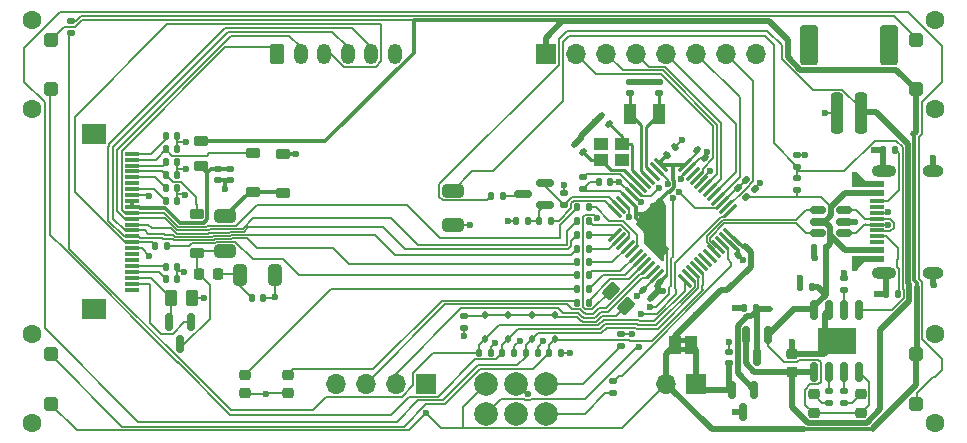
<source format=gbr>
%TF.GenerationSoftware,KiCad,Pcbnew,7.0.5*%
%TF.CreationDate,2023-10-22T09:55:20+02:00*%
%TF.ProjectId,USB E-Ink thing,55534220-452d-4496-9e6b-207468696e67,rev?*%
%TF.SameCoordinates,Original*%
%TF.FileFunction,Copper,L1,Top*%
%TF.FilePolarity,Positive*%
%FSLAX46Y46*%
G04 Gerber Fmt 4.6, Leading zero omitted, Abs format (unit mm)*
G04 Created by KiCad (PCBNEW 7.0.5) date 2023-10-22 09:55:20*
%MOMM*%
%LPD*%
G01*
G04 APERTURE LIST*
G04 Aperture macros list*
%AMRoundRect*
0 Rectangle with rounded corners*
0 $1 Rounding radius*
0 $2 $3 $4 $5 $6 $7 $8 $9 X,Y pos of 4 corners*
0 Add a 4 corners polygon primitive as box body*
4,1,4,$2,$3,$4,$5,$6,$7,$8,$9,$2,$3,0*
0 Add four circle primitives for the rounded corners*
1,1,$1+$1,$2,$3*
1,1,$1+$1,$4,$5*
1,1,$1+$1,$6,$7*
1,1,$1+$1,$8,$9*
0 Add four rect primitives between the rounded corners*
20,1,$1+$1,$2,$3,$4,$5,0*
20,1,$1+$1,$4,$5,$6,$7,0*
20,1,$1+$1,$6,$7,$8,$9,0*
20,1,$1+$1,$8,$9,$2,$3,0*%
G04 Aperture macros list end*
%TA.AperFunction,SMDPad,CuDef*%
%ADD10RoundRect,0.135000X0.135000X0.185000X-0.135000X0.185000X-0.135000X-0.185000X0.135000X-0.185000X0*%
%TD*%
%TA.AperFunction,SMDPad,CuDef*%
%ADD11RoundRect,0.135000X-0.135000X-0.185000X0.135000X-0.185000X0.135000X0.185000X-0.135000X0.185000X0*%
%TD*%
%TA.AperFunction,ComponentPad*%
%ADD12C,1.600000*%
%TD*%
%TA.AperFunction,SMDPad,CuDef*%
%ADD13RoundRect,0.300000X-0.300000X-0.300000X0.300000X-0.300000X0.300000X0.300000X-0.300000X0.300000X0*%
%TD*%
%TA.AperFunction,SMDPad,CuDef*%
%ADD14RoundRect,0.300000X0.300000X0.300000X-0.300000X0.300000X-0.300000X-0.300000X0.300000X-0.300000X0*%
%TD*%
%TA.AperFunction,SMDPad,CuDef*%
%ADD15RoundRect,0.140000X-0.219203X-0.021213X-0.021213X-0.219203X0.219203X0.021213X0.021213X0.219203X0*%
%TD*%
%TA.AperFunction,SMDPad,CuDef*%
%ADD16RoundRect,0.140000X-0.140000X-0.170000X0.140000X-0.170000X0.140000X0.170000X-0.140000X0.170000X0*%
%TD*%
%TA.AperFunction,SMDPad,CuDef*%
%ADD17RoundRect,0.250000X0.650000X-0.325000X0.650000X0.325000X-0.650000X0.325000X-0.650000X-0.325000X0*%
%TD*%
%TA.AperFunction,SMDPad,CuDef*%
%ADD18RoundRect,0.225000X0.375000X-0.225000X0.375000X0.225000X-0.375000X0.225000X-0.375000X-0.225000X0*%
%TD*%
%TA.AperFunction,SMDPad,CuDef*%
%ADD19RoundRect,0.140000X0.219203X0.021213X0.021213X0.219203X-0.219203X-0.021213X-0.021213X-0.219203X0*%
%TD*%
%TA.AperFunction,SMDPad,CuDef*%
%ADD20RoundRect,0.075000X-0.521491X0.415425X0.415425X-0.521491X0.521491X-0.415425X-0.415425X0.521491X0*%
%TD*%
%TA.AperFunction,SMDPad,CuDef*%
%ADD21RoundRect,0.075000X-0.521491X-0.415425X-0.415425X-0.521491X0.521491X0.415425X0.415425X0.521491X0*%
%TD*%
%TA.AperFunction,SMDPad,CuDef*%
%ADD22RoundRect,0.140000X-0.170000X0.140000X-0.170000X-0.140000X0.170000X-0.140000X0.170000X0.140000X0*%
%TD*%
%TA.AperFunction,SMDPad,CuDef*%
%ADD23C,2.000000*%
%TD*%
%TA.AperFunction,SMDPad,CuDef*%
%ADD24R,1.000000X1.800000*%
%TD*%
%TA.AperFunction,SMDPad,CuDef*%
%ADD25RoundRect,0.150000X-0.150000X0.675000X-0.150000X-0.675000X0.150000X-0.675000X0.150000X0.675000X0*%
%TD*%
%TA.AperFunction,HeatsinkPad*%
%ADD26C,0.800000*%
%TD*%
%TA.AperFunction,SMDPad,CuDef*%
%ADD27R,3.292000X2.313000*%
%TD*%
%TA.AperFunction,SMDPad,CuDef*%
%ADD28RoundRect,0.135000X-0.226274X-0.035355X-0.035355X-0.226274X0.226274X0.035355X0.035355X0.226274X0*%
%TD*%
%TA.AperFunction,SMDPad,CuDef*%
%ADD29RoundRect,0.218750X-0.256250X0.218750X-0.256250X-0.218750X0.256250X-0.218750X0.256250X0.218750X0*%
%TD*%
%TA.AperFunction,SMDPad,CuDef*%
%ADD30RoundRect,0.150000X0.587500X0.150000X-0.587500X0.150000X-0.587500X-0.150000X0.587500X-0.150000X0*%
%TD*%
%TA.AperFunction,SMDPad,CuDef*%
%ADD31RoundRect,0.135000X0.226274X0.035355X0.035355X0.226274X-0.226274X-0.035355X-0.035355X-0.226274X0*%
%TD*%
%TA.AperFunction,SMDPad,CuDef*%
%ADD32RoundRect,0.150000X-0.150000X0.587500X-0.150000X-0.587500X0.150000X-0.587500X0.150000X0.587500X0*%
%TD*%
%TA.AperFunction,SMDPad,CuDef*%
%ADD33RoundRect,0.112500X-0.112500X0.187500X-0.112500X-0.187500X0.112500X-0.187500X0.112500X0.187500X0*%
%TD*%
%TA.AperFunction,SMDPad,CuDef*%
%ADD34RoundRect,0.140000X0.170000X-0.140000X0.170000X0.140000X-0.170000X0.140000X-0.170000X-0.140000X0*%
%TD*%
%TA.AperFunction,SMDPad,CuDef*%
%ADD35RoundRect,0.250000X0.262500X0.450000X-0.262500X0.450000X-0.262500X-0.450000X0.262500X-0.450000X0*%
%TD*%
%TA.AperFunction,SMDPad,CuDef*%
%ADD36RoundRect,0.135000X0.185000X-0.135000X0.185000X0.135000X-0.185000X0.135000X-0.185000X-0.135000X0*%
%TD*%
%TA.AperFunction,ComponentPad*%
%ADD37R,1.700000X1.700000*%
%TD*%
%TA.AperFunction,ComponentPad*%
%ADD38O,1.700000X1.700000*%
%TD*%
%TA.AperFunction,SMDPad,CuDef*%
%ADD39RoundRect,0.140000X0.140000X0.170000X-0.140000X0.170000X-0.140000X-0.170000X0.140000X-0.170000X0*%
%TD*%
%TA.AperFunction,SMDPad,CuDef*%
%ADD40R,1.000000X1.500000*%
%TD*%
%TA.AperFunction,SMDPad,CuDef*%
%ADD41RoundRect,0.140000X0.021213X-0.219203X0.219203X-0.021213X-0.021213X0.219203X-0.219203X0.021213X0*%
%TD*%
%TA.AperFunction,SMDPad,CuDef*%
%ADD42RoundRect,0.135000X-0.185000X0.135000X-0.185000X-0.135000X0.185000X-0.135000X0.185000X0.135000X0*%
%TD*%
%TA.AperFunction,SMDPad,CuDef*%
%ADD43RoundRect,0.225000X0.250000X-0.225000X0.250000X0.225000X-0.250000X0.225000X-0.250000X-0.225000X0*%
%TD*%
%TA.AperFunction,SMDPad,CuDef*%
%ADD44R,1.240000X0.600000*%
%TD*%
%TA.AperFunction,SMDPad,CuDef*%
%ADD45R,1.240000X0.300000*%
%TD*%
%TA.AperFunction,ComponentPad*%
%ADD46O,2.100000X1.000000*%
%TD*%
%TA.AperFunction,ComponentPad*%
%ADD47O,1.800000X1.000000*%
%TD*%
%TA.AperFunction,ComponentPad*%
%ADD48RoundRect,0.250000X-0.350000X-0.625000X0.350000X-0.625000X0.350000X0.625000X-0.350000X0.625000X0*%
%TD*%
%TA.AperFunction,ComponentPad*%
%ADD49O,1.200000X1.750000*%
%TD*%
%TA.AperFunction,SMDPad,CuDef*%
%ADD50RoundRect,0.250000X-0.503814X-0.132583X-0.132583X-0.503814X0.503814X0.132583X0.132583X0.503814X0*%
%TD*%
%TA.AperFunction,SMDPad,CuDef*%
%ADD51RoundRect,0.218750X-0.218750X-0.256250X0.218750X-0.256250X0.218750X0.256250X-0.218750X0.256250X0*%
%TD*%
%TA.AperFunction,SMDPad,CuDef*%
%ADD52RoundRect,0.225000X-0.375000X0.225000X-0.375000X-0.225000X0.375000X-0.225000X0.375000X0.225000X0*%
%TD*%
%TA.AperFunction,SMDPad,CuDef*%
%ADD53RoundRect,0.150000X0.512500X0.150000X-0.512500X0.150000X-0.512500X-0.150000X0.512500X-0.150000X0*%
%TD*%
%TA.AperFunction,SMDPad,CuDef*%
%ADD54RoundRect,0.218750X0.256250X-0.218750X0.256250X0.218750X-0.256250X0.218750X-0.256250X-0.218750X0*%
%TD*%
%TA.AperFunction,SMDPad,CuDef*%
%ADD55RoundRect,0.140000X-0.021213X0.219203X-0.219203X0.021213X0.021213X-0.219203X0.219203X-0.021213X0*%
%TD*%
%TA.AperFunction,SMDPad,CuDef*%
%ADD56R,2.000000X1.800000*%
%TD*%
%TA.AperFunction,SMDPad,CuDef*%
%ADD57R,1.200000X0.300000*%
%TD*%
%TA.AperFunction,SMDPad,CuDef*%
%ADD58RoundRect,0.218750X0.381250X-0.218750X0.381250X0.218750X-0.381250X0.218750X-0.381250X-0.218750X0*%
%TD*%
%TA.AperFunction,SMDPad,CuDef*%
%ADD59RoundRect,0.250000X0.250000X1.500000X-0.250000X1.500000X-0.250000X-1.500000X0.250000X-1.500000X0*%
%TD*%
%TA.AperFunction,SMDPad,CuDef*%
%ADD60RoundRect,0.250001X0.499999X1.449999X-0.499999X1.449999X-0.499999X-1.449999X0.499999X-1.449999X0*%
%TD*%
%TA.AperFunction,SMDPad,CuDef*%
%ADD61RoundRect,0.250000X-0.325000X-0.650000X0.325000X-0.650000X0.325000X0.650000X-0.325000X0.650000X0*%
%TD*%
%TA.AperFunction,SMDPad,CuDef*%
%ADD62RoundRect,0.112500X-0.187500X-0.112500X0.187500X-0.112500X0.187500X0.112500X-0.187500X0.112500X0*%
%TD*%
%TA.AperFunction,SMDPad,CuDef*%
%ADD63R,1.150000X1.000000*%
%TD*%
%TA.AperFunction,ViaPad*%
%ADD64C,0.600000*%
%TD*%
%TA.AperFunction,Conductor*%
%ADD65C,0.250000*%
%TD*%
%TA.AperFunction,Conductor*%
%ADD66C,0.300000*%
%TD*%
%TA.AperFunction,Conductor*%
%ADD67C,0.200000*%
%TD*%
%TA.AperFunction,Conductor*%
%ADD68C,0.500000*%
%TD*%
%TA.AperFunction,Conductor*%
%ADD69C,0.127000*%
%TD*%
G04 APERTURE END LIST*
%TA.AperFunction,EtchedComponent*%
%TO.C,JP1*%
G36*
X156620000Y-129390000D02*
G01*
X156120000Y-129390000D01*
X156120000Y-128990000D01*
X156620000Y-128990000D01*
X156620000Y-129390000D01*
G37*
%TD.AperFunction*%
%TA.AperFunction,EtchedComponent*%
G36*
X156620000Y-128590000D02*
G01*
X156120000Y-128590000D01*
X156120000Y-128190000D01*
X156620000Y-128190000D01*
X156620000Y-128590000D01*
G37*
%TD.AperFunction*%
%TD*%
D10*
%TO.P,R24,1*%
%TO.N,Net-(U1-PA5)*%
X148420000Y-118300000D03*
%TO.P,R24,2*%
%TO.N,/SCLK*%
X147400000Y-118300000D03*
%TD*%
%TO.P,R26,1*%
%TO.N,Net-(U1-PA7)*%
X148420000Y-117130000D03*
%TO.P,R26,2*%
%TO.N,/MOSI*%
X147400000Y-117130000D03*
%TD*%
D11*
%TO.P,R11,1*%
%TO.N,Net-(Q1-G)*%
X144200000Y-118275000D03*
%TO.P,R11,2*%
%TO.N,/VBAT_MEAS_EN*%
X145220000Y-118275000D03*
%TD*%
D12*
%TO.P,SW3,*%
%TO.N,*%
X177700000Y-101300000D03*
X177700000Y-108800000D03*
D13*
%TO.P,SW3,1,1*%
%TO.N,+3V0*%
X176100000Y-107150000D03*
D14*
%TO.P,SW3,2,2*%
%TO.N,Net-(R29-Pad2)*%
X176100000Y-102950000D03*
%TD*%
D11*
%TO.P,R3,1*%
%TO.N,/BUTTON1*%
X145050000Y-129470000D03*
%TO.P,R3,2*%
%TO.N,GND*%
X146070000Y-129470000D03*
%TD*%
D10*
%TO.P,R15,1*%
%TO.N,/Power/CC1*%
X174570000Y-124500000D03*
%TO.P,R15,2*%
%TO.N,GND*%
X173550000Y-124500000D03*
%TD*%
D15*
%TO.P,C5,1*%
%TO.N,+3V0*%
X157560589Y-112300589D03*
%TO.P,C5,2*%
%TO.N,GND*%
X158239411Y-112979411D03*
%TD*%
D16*
%TO.P,C16,1*%
%TO.N,/E-Ink display/VDD*%
X112600000Y-116600000D03*
%TO.P,C16,2*%
%TO.N,GND*%
X113560000Y-116600000D03*
%TD*%
%TO.P,C6,1*%
%TO.N,+3V0*%
X149250000Y-115010000D03*
%TO.P,C6,2*%
%TO.N,GND*%
X150210000Y-115010000D03*
%TD*%
D17*
%TO.P,TH1,1*%
%TO.N,GND*%
X136880000Y-118665000D03*
%TO.P,TH1,2*%
%TO.N,Net-(U3-TEMP)*%
X136880000Y-115715000D03*
%TD*%
D18*
%TO.P,D11,1,K*%
%TO.N,Net-(D10-A)*%
X119960000Y-115865000D03*
%TO.P,D11,2,A*%
%TO.N,/E-Ink display/PREVGL*%
X119960000Y-112565000D03*
%TD*%
D19*
%TO.P,C2,1*%
%TO.N,Net-(U1-PH1)*%
X147910000Y-112460000D03*
%TO.P,C2,2*%
%TO.N,GND*%
X147231178Y-111781178D03*
%TD*%
D20*
%TO.P,U1,1,VLCD*%
%TO.N,+3V0*%
X154511212Y-113572124D03*
%TO.P,U1,2,PC13*%
%TO.N,/VBUS_PRESENT*%
X154157658Y-113925678D03*
%TO.P,U1,3,PC14*%
%TO.N,Net-(U1-PC14)*%
X153804105Y-114279231D03*
%TO.P,U1,4,PC15*%
%TO.N,Net-(U1-PC15)*%
X153450551Y-114632785D03*
%TO.P,U1,5,PH0*%
%TO.N,Net-(U1-PH0)*%
X153096998Y-114986338D03*
%TO.P,U1,6,PH1*%
%TO.N,Net-(U1-PH1)*%
X152743445Y-115339891D03*
%TO.P,U1,7,NRST*%
%TO.N,/NRST*%
X152389891Y-115693445D03*
%TO.P,U1,8,VSSA*%
%TO.N,GND*%
X152036338Y-116046998D03*
%TO.P,U1,9,VDDA*%
%TO.N,+3V0*%
X151682785Y-116400551D03*
%TO.P,U1,10,PA0*%
%TO.N,/WAKEUP*%
X151329231Y-116754105D03*
%TO.P,U1,11,PA1*%
%TO.N,/VBAT_MEAS*%
X150975678Y-117107658D03*
%TO.P,U1,12,PA2*%
%TO.N,/VBAT_MEAS_EN*%
X150622124Y-117461212D03*
D21*
%TO.P,U1,13,PA3*%
%TO.N,Net-(U1-PA3)*%
X150622124Y-119458788D03*
%TO.P,U1,14,PA4*%
%TO.N,Net-(U1-PA4)*%
X150975678Y-119812342D03*
%TO.P,U1,15,PA5*%
%TO.N,Net-(U1-PA5)*%
X151329231Y-120165895D03*
%TO.P,U1,16,PA6*%
%TO.N,Net-(U1-PA6)*%
X151682785Y-120519449D03*
%TO.P,U1,17,PA7*%
%TO.N,Net-(U1-PA7)*%
X152036338Y-120873002D03*
%TO.P,U1,18,PB0*%
%TO.N,Net-(U1-PB0)*%
X152389891Y-121226555D03*
%TO.P,U1,19,PB1*%
%TO.N,/LED0*%
X152743445Y-121580109D03*
%TO.P,U1,20,PB2*%
%TO.N,/LED1*%
X153096998Y-121933662D03*
%TO.P,U1,21,PB10*%
%TO.N,/SERIAL_TX*%
X153450551Y-122287215D03*
%TO.P,U1,22,PB11*%
%TO.N,/SERIAL_RX*%
X153804105Y-122640769D03*
%TO.P,U1,23,VSS*%
%TO.N,GND*%
X154157658Y-122994322D03*
%TO.P,U1,24,VDD*%
%TO.N,+3V0*%
X154511212Y-123347876D03*
D20*
%TO.P,U1,25,PB12*%
%TO.N,/BUTTON2*%
X156508788Y-123347876D03*
%TO.P,U1,26,PB13*%
%TO.N,/BUTTON0*%
X156862342Y-122994322D03*
%TO.P,U1,27,PB14*%
%TO.N,/BUTTON3*%
X157215895Y-122640769D03*
%TO.P,U1,28,PB15*%
%TO.N,/BUTTON1*%
X157569449Y-122287215D03*
%TO.P,U1,29,PA8*%
%TO.N,unconnected-(U1-PA8-Pad29)*%
X157923002Y-121933662D03*
%TO.P,U1,30,PA9*%
%TO.N,unconnected-(U1-PA9-Pad30)*%
X158276555Y-121580109D03*
%TO.P,U1,31,PA10*%
%TO.N,unconnected-(U1-PA10-Pad31)*%
X158630109Y-121226555D03*
%TO.P,U1,32,PA11*%
%TO.N,/USB_D-*%
X158983662Y-120873002D03*
%TO.P,U1,33,PA12*%
%TO.N,/USB_D+*%
X159337215Y-120519449D03*
%TO.P,U1,34,PA13*%
%TO.N,Net-(U1-PA13)*%
X159690769Y-120165895D03*
%TO.P,U1,35,VSS*%
%TO.N,GND*%
X160044322Y-119812342D03*
%TO.P,U1,36,VDD*%
%TO.N,+3V0*%
X160397876Y-119458788D03*
D21*
%TO.P,U1,37,PA14*%
%TO.N,Net-(U1-PA14)*%
X160397876Y-117461212D03*
%TO.P,U1,38,PA15*%
%TO.N,/PA15*%
X160044322Y-117107658D03*
%TO.P,U1,39,PB3*%
%TO.N,/VBUS_PRESENT*%
X159690769Y-116754105D03*
%TO.P,U1,40,PB4*%
%TO.N,/PB4*%
X159337215Y-116400551D03*
%TO.P,U1,41,PB5*%
%TO.N,/PB5*%
X158983662Y-116046998D03*
%TO.P,U1,42,PB6*%
%TO.N,/PB6*%
X158630109Y-115693445D03*
%TO.P,U1,43,PB7*%
%TO.N,/PB7*%
X158276555Y-115339891D03*
%TO.P,U1,44,BOOT0*%
%TO.N,GND*%
X157923002Y-114986338D03*
%TO.P,U1,45,PB8*%
%TO.N,/PB8*%
X157569449Y-114632785D03*
%TO.P,U1,46,PB9*%
%TO.N,unconnected-(U1-PB9-Pad46)*%
X157215895Y-114279231D03*
%TO.P,U1,47,VSS*%
%TO.N,GND*%
X156862342Y-113925678D03*
%TO.P,U1,48,VDD*%
%TO.N,+3V0*%
X156508788Y-113572124D03*
%TD*%
D22*
%TO.P,C25,1*%
%TO.N,/E-Ink display/VCC*%
X118040000Y-113890000D03*
%TO.P,C25,2*%
%TO.N,GND*%
X118040000Y-114850000D03*
%TD*%
D23*
%TO.P,J5,1,Pin_1*%
%TO.N,+3V0*%
X139700000Y-132080000D03*
%TO.P,J5,2,Pin_2*%
%TO.N,GND*%
X142240000Y-132080000D03*
%TO.P,J5,3,Pin_3*%
%TO.N,/SWDCLK*%
X144780000Y-132080000D03*
%TO.P,J5,4,Pin_4*%
%TO.N,/SWDIO*%
X144780000Y-134620000D03*
%TO.P,J5,5,Pin_5*%
%TO.N,unconnected-(J5-Pin_5-Pad5)*%
X142240000Y-134620000D03*
%TO.P,J5,6,Pin_6*%
%TO.N,/NRST*%
X139700000Y-134620000D03*
%TD*%
D24*
%TO.P,Y2,1,1*%
%TO.N,Net-(U1-PC15)*%
X151849411Y-109199411D03*
%TO.P,Y2,2,2*%
%TO.N,Net-(U1-PC14)*%
X154349411Y-109199411D03*
%TD*%
D19*
%TO.P,C7,1*%
%TO.N,+3V0*%
X153709411Y-124789411D03*
%TO.P,C7,2*%
%TO.N,GND*%
X153030589Y-124110589D03*
%TD*%
D25*
%TO.P,U3,1,TEMP*%
%TO.N,Net-(U3-TEMP)*%
X171315000Y-125835000D03*
%TO.P,U3,2,PROG*%
%TO.N,Net-(U3-PROG)*%
X170045000Y-125835000D03*
%TO.P,U3,3,GND*%
%TO.N,GND*%
X168775000Y-125835000D03*
%TO.P,U3,4,VCC*%
%TO.N,/VBUS*%
X167505000Y-125835000D03*
%TO.P,U3,5,BAT*%
%TO.N,+BATT*%
X167505000Y-131085000D03*
%TO.P,U3,6,~{STDBY}*%
%TO.N,Net-(U3-~{STDBY})*%
X168775000Y-131085000D03*
%TO.P,U3,7,~{CHRG}*%
%TO.N,Net-(U3-~{CHRG})*%
X170045000Y-131085000D03*
%TO.P,U3,8,CE*%
%TO.N,/VBUS*%
X171315000Y-131085000D03*
D26*
%TO.P,U3,9,THERMAL*%
%TO.N,GND*%
X170410000Y-127960000D03*
X169410000Y-127960000D03*
X168410000Y-127960000D03*
D27*
X169410000Y-128460000D03*
D26*
X170410000Y-128960000D03*
X169410000Y-128960000D03*
X168410000Y-128960000D03*
%TD*%
D28*
%TO.P,R14,1*%
%TO.N,/VBUS_PRESENT*%
X161719376Y-114849376D03*
%TO.P,R14,2*%
%TO.N,GND*%
X162440624Y-115570624D03*
%TD*%
D29*
%TO.P,D8,1,K*%
%TO.N,Net-(D8-K)*%
X171450000Y-132962500D03*
%TO.P,D8,2,A*%
%TO.N,/VBUS*%
X171450000Y-134537500D03*
%TD*%
D30*
%TO.P,Q1,1,G*%
%TO.N,Net-(Q1-G)*%
X144710000Y-116950000D03*
%TO.P,Q1,2,S*%
%TO.N,/VBAT_MEAS*%
X144710000Y-115050000D03*
%TO.P,Q1,3,D*%
%TO.N,Net-(Q1-D)*%
X142835000Y-116000000D03*
%TD*%
D12*
%TO.P,SW4,*%
%TO.N,*%
X177700000Y-127900000D03*
X177700000Y-135400000D03*
D13*
%TO.P,SW4,1,1*%
%TO.N,/BUTTON3*%
X176100000Y-133750000D03*
D14*
%TO.P,SW4,2,2*%
%TO.N,+3V0*%
X176100000Y-129550000D03*
%TD*%
D31*
%TO.P,R13,1*%
%TO.N,/VBUS*%
X161740624Y-116250624D03*
%TO.P,R13,2*%
%TO.N,/VBUS_PRESENT*%
X161019376Y-115529376D03*
%TD*%
D32*
%TO.P,U4,1,IN*%
%TO.N,Net-(D9-K)*%
X162400000Y-132592500D03*
%TO.P,U4,2,OUT*%
%TO.N,Net-(J8-Pin_1)*%
X160500000Y-132592500D03*
%TO.P,U4,3,GND*%
%TO.N,GND*%
X161450000Y-134467500D03*
%TD*%
D33*
%TO.P,D6,1,K*%
%TO.N,Net-(D1-K)*%
X143570000Y-126220000D03*
%TO.P,D6,2,A*%
%TO.N,/BUTTON3*%
X143570000Y-128320000D03*
%TD*%
D34*
%TO.P,C12,1*%
%TO.N,Net-(J8-Pin_1)*%
X160280000Y-130340000D03*
%TO.P,C12,2*%
%TO.N,GND*%
X160280000Y-129380000D03*
%TD*%
D10*
%TO.P,R27,1*%
%TO.N,Net-(U1-PA4)*%
X148420000Y-120640000D03*
%TO.P,R27,2*%
%TO.N,/D{slash}~{C}*%
X147400000Y-120640000D03*
%TD*%
%TO.P,R5,1*%
%TO.N,/LED0*%
X148420000Y-124080000D03*
%TO.P,R5,2*%
%TO.N,Net-(D4-A)*%
X147400000Y-124080000D03*
%TD*%
D34*
%TO.P,C4,1*%
%TO.N,Net-(U1-PC15)*%
X151849411Y-107460000D03*
%TO.P,C4,2*%
%TO.N,GND*%
X151849411Y-106500000D03*
%TD*%
D35*
%TO.P,R23,1*%
%TO.N,GND*%
X114825000Y-124800000D03*
%TO.P,R23,2*%
%TO.N,/E-Ink display/RESE*%
X113000000Y-124800000D03*
%TD*%
D36*
%TO.P,R17,1*%
%TO.N,Net-(D7-K)*%
X168770000Y-133700000D03*
%TO.P,R17,2*%
%TO.N,Net-(U3-~{STDBY})*%
X168770000Y-132680000D03*
%TD*%
%TO.P,R29,1*%
%TO.N,/BUTTON2*%
X104540000Y-102380000D03*
%TO.P,R29,2*%
%TO.N,Net-(R29-Pad2)*%
X104540000Y-101360000D03*
%TD*%
D37*
%TO.P,J3,1,Pin_1*%
%TO.N,+3V0*%
X144780000Y-104140000D03*
D38*
%TO.P,J3,2,Pin_2*%
%TO.N,/PB8*%
X147320000Y-104140000D03*
%TO.P,J3,3,Pin_3*%
%TO.N,/PB7*%
X149860000Y-104140000D03*
%TO.P,J3,4,Pin_4*%
%TO.N,/PB6*%
X152400000Y-104140000D03*
%TO.P,J3,5,Pin_5*%
%TO.N,/PB5*%
X154940000Y-104140000D03*
%TO.P,J3,6,Pin_6*%
%TO.N,/PB4*%
X157480000Y-104140000D03*
%TO.P,J3,7,Pin_7*%
%TO.N,/PA15*%
X160020000Y-104140000D03*
%TO.P,J3,8,Pin_8*%
%TO.N,GND*%
X162560000Y-104140000D03*
%TD*%
D11*
%TO.P,R6,1*%
%TO.N,/BUTTON2*%
X139080000Y-129470000D03*
%TO.P,R6,2*%
%TO.N,GND*%
X140100000Y-129470000D03*
%TD*%
D22*
%TO.P,C24,1*%
%TO.N,/E-Ink display/VCC*%
X117000000Y-113890000D03*
%TO.P,C24,2*%
%TO.N,GND*%
X117000000Y-114850000D03*
%TD*%
D34*
%TO.P,C3,1*%
%TO.N,Net-(U1-PC14)*%
X154349411Y-107460000D03*
%TO.P,C3,2*%
%TO.N,GND*%
X154349411Y-106500000D03*
%TD*%
D11*
%TO.P,R28,1*%
%TO.N,/BUSY_DBG*%
X111690000Y-120400000D03*
%TO.P,R28,2*%
%TO.N,/BUSY*%
X112710000Y-120400000D03*
%TD*%
D39*
%TO.P,C11,1*%
%TO.N,Net-(D9-K)*%
X162520000Y-125690000D03*
%TO.P,C11,2*%
%TO.N,GND*%
X161560000Y-125690000D03*
%TD*%
D12*
%TO.P,SW1,*%
%TO.N,*%
X101300000Y-108800000D03*
X101300000Y-101300000D03*
D14*
%TO.P,SW1,1,1*%
%TO.N,+3V0*%
X102900000Y-102950000D03*
D13*
%TO.P,SW1,2,2*%
%TO.N,/BUTTON0*%
X102900000Y-107150000D03*
%TD*%
D16*
%TO.P,C20,1*%
%TO.N,/E-Ink display/VGL*%
X112600000Y-123200000D03*
%TO.P,C20,2*%
%TO.N,GND*%
X113560000Y-123200000D03*
%TD*%
D10*
%TO.P,R16,1*%
%TO.N,/Power/CC2*%
X174360000Y-112270000D03*
%TO.P,R16,2*%
%TO.N,GND*%
X173340000Y-112270000D03*
%TD*%
D40*
%TO.P,JP1,1,A*%
%TO.N,Net-(J8-Pin_1)*%
X157020000Y-128790000D03*
%TO.P,JP1,2,B*%
%TO.N,+3V0*%
X155720000Y-128790000D03*
%TD*%
D36*
%TO.P,R12,1*%
%TO.N,+3V0*%
X147930000Y-115550000D03*
%TO.P,R12,2*%
%TO.N,/NRST*%
X147930000Y-114530000D03*
%TD*%
D41*
%TO.P,C26,1*%
%TO.N,+3V0*%
X155030000Y-112720000D03*
%TO.P,C26,2*%
%TO.N,GND*%
X155708822Y-112041178D03*
%TD*%
D16*
%TO.P,C15,1*%
%TO.N,/E-Ink display/VSH*%
X112600000Y-115506000D03*
%TO.P,C15,2*%
%TO.N,GND*%
X113560000Y-115506000D03*
%TD*%
D10*
%TO.P,R25,1*%
%TO.N,Net-(U1-PA6)*%
X148420000Y-121810000D03*
%TO.P,R25,2*%
%TO.N,/~{RES}*%
X147400000Y-121810000D03*
%TD*%
D12*
%TO.P,SW2,*%
%TO.N,*%
X101300000Y-135400000D03*
X101300000Y-127900000D03*
D14*
%TO.P,SW2,1,1*%
%TO.N,/BUTTON1*%
X102900000Y-129550000D03*
D13*
%TO.P,SW2,2,2*%
%TO.N,+3V0*%
X102900000Y-133750000D03*
%TD*%
D36*
%TO.P,R20,1*%
%TO.N,/VBUS*%
X166060000Y-115660000D03*
%TO.P,R20,2*%
%TO.N,Net-(U3-TEMP)*%
X166060000Y-114640000D03*
%TD*%
D11*
%TO.P,R10,1*%
%TO.N,GND*%
X142225000Y-118275000D03*
%TO.P,R10,2*%
%TO.N,Net-(Q1-G)*%
X143245000Y-118275000D03*
%TD*%
D10*
%TO.P,R22,1*%
%TO.N,/VBUS*%
X167310000Y-123880000D03*
%TO.P,R22,2*%
%TO.N,GND*%
X166290000Y-123880000D03*
%TD*%
D11*
%TO.P,R7,1*%
%TO.N,+BATT*%
X140150000Y-116170000D03*
%TO.P,R7,2*%
%TO.N,Net-(Q1-D)*%
X141170000Y-116170000D03*
%TD*%
D17*
%TO.P,C21,1*%
%TO.N,Net-(D12-A)*%
X117640000Y-120860000D03*
%TO.P,C21,2*%
%TO.N,Net-(D10-A)*%
X117640000Y-117910000D03*
%TD*%
D42*
%TO.P,R32,1*%
%TO.N,Net-(U1-PA13)*%
X150470000Y-131860000D03*
%TO.P,R32,2*%
%TO.N,/SWDIO*%
X150470000Y-132880000D03*
%TD*%
%TO.P,R33,1*%
%TO.N,Net-(U1-PA14)*%
X151130000Y-127850000D03*
%TO.P,R33,2*%
%TO.N,/SWDCLK*%
X151130000Y-128870000D03*
%TD*%
D29*
%TO.P,D7,1,K*%
%TO.N,Net-(D7-K)*%
X167430000Y-132982500D03*
%TO.P,D7,2,A*%
%TO.N,/VBUS*%
X167430000Y-134557500D03*
%TD*%
D43*
%TO.P,C10,1*%
%TO.N,+BATT*%
X165570000Y-131090000D03*
%TO.P,C10,2*%
%TO.N,GND*%
X165570000Y-129540000D03*
%TD*%
D44*
%TO.P,J6,A1,GND*%
%TO.N,GND*%
X172765000Y-121550000D03*
%TO.P,J6,A4,VBUS*%
%TO.N,/VBUS*%
X172765000Y-120750000D03*
D45*
%TO.P,J6,A5,CC1*%
%TO.N,/Power/CC1*%
X172765000Y-119600000D03*
%TO.P,J6,A6,D+*%
%TO.N,/Power/USB_IN_D+*%
X172765000Y-118600000D03*
%TO.P,J6,A7,D-*%
%TO.N,/Power/USB_IN_D-*%
X172765000Y-118100000D03*
%TO.P,J6,A8,SBU1*%
%TO.N,unconnected-(J6-SBU1-PadA8)*%
X172765000Y-117100000D03*
D44*
%TO.P,J6,A9,VBUS*%
%TO.N,/VBUS*%
X172765000Y-115950000D03*
%TO.P,J6,A12,GND*%
%TO.N,GND*%
X172765000Y-115150000D03*
%TO.P,J6,B1,GND*%
X172765000Y-115150000D03*
%TO.P,J6,B4,VBUS*%
%TO.N,/VBUS*%
X172765000Y-115950000D03*
D45*
%TO.P,J6,B5,CC2*%
%TO.N,/Power/CC2*%
X172765000Y-116600000D03*
%TO.P,J6,B6,D+*%
%TO.N,/Power/USB_IN_D+*%
X172765000Y-117600000D03*
%TO.P,J6,B7,D-*%
%TO.N,/Power/USB_IN_D-*%
X172765000Y-119100000D03*
%TO.P,J6,B8,SBU2*%
%TO.N,unconnected-(J6-SBU2-PadB8)*%
X172765000Y-120100000D03*
D44*
%TO.P,J6,B9,VBUS*%
%TO.N,/VBUS*%
X172765000Y-120750000D03*
%TO.P,J6,B12,GND*%
%TO.N,GND*%
X172765000Y-121550000D03*
D46*
%TO.P,J6,S1,SHIELD*%
X173365000Y-122670000D03*
D47*
X177565000Y-122670000D03*
D46*
X173365000Y-114030000D03*
D47*
X177565000Y-114030000D03*
%TD*%
D11*
%TO.P,R1,1*%
%TO.N,/BUTTON0*%
X141070000Y-129470000D03*
%TO.P,R1,2*%
%TO.N,GND*%
X142090000Y-129470000D03*
%TD*%
D16*
%TO.P,C13,1*%
%TO.N,/E-Ink display/VCOM*%
X112590000Y-111130000D03*
%TO.P,C13,2*%
%TO.N,GND*%
X113550000Y-111130000D03*
%TD*%
D10*
%TO.P,R2,1*%
%TO.N,/LED1*%
X148400000Y-125230000D03*
%TO.P,R2,2*%
%TO.N,Net-(D2-A)*%
X147380000Y-125230000D03*
%TD*%
D32*
%TO.P,Q3,1,G*%
%TO.N,/E-Ink display/GDR*%
X114750000Y-126862500D03*
%TO.P,Q3,2,S*%
%TO.N,/E-Ink display/RESE*%
X112850000Y-126862500D03*
%TO.P,Q3,3,D*%
%TO.N,Net-(D12-A)*%
X113800000Y-128737500D03*
%TD*%
D33*
%TO.P,D1,1,K*%
%TO.N,Net-(D1-K)*%
X141580000Y-126220000D03*
%TO.P,D1,2,A*%
%TO.N,/BUTTON0*%
X141580000Y-128320000D03*
%TD*%
D36*
%TO.P,R21,1*%
%TO.N,Net-(U3-TEMP)*%
X166060000Y-113720000D03*
%TO.P,R21,2*%
%TO.N,GND*%
X166060000Y-112700000D03*
%TD*%
%TO.P,R18,1*%
%TO.N,Net-(D8-K)*%
X170050000Y-133720000D03*
%TO.P,R18,2*%
%TO.N,Net-(U3-~{CHRG})*%
X170050000Y-132700000D03*
%TD*%
D16*
%TO.P,C14,1*%
%TO.N,/E-Ink display/VSL*%
X112600000Y-113318000D03*
%TO.P,C14,2*%
%TO.N,GND*%
X113560000Y-113318000D03*
%TD*%
D48*
%TO.P,J9,1,Pin_1*%
%TO.N,/MOSI*%
X122000000Y-104140000D03*
D49*
%TO.P,J9,2,Pin_2*%
%TO.N,/SCLK*%
X124000000Y-104140000D03*
%TO.P,J9,3,Pin_3*%
%TO.N,/BUSY_DBG*%
X126000000Y-104140000D03*
%TO.P,J9,4,Pin_4*%
%TO.N,/D{slash}~{C}*%
X128000000Y-104140000D03*
%TO.P,J9,5,Pin_5*%
%TO.N,/~{RES}*%
X130000000Y-104140000D03*
%TO.P,J9,6,Pin_6*%
%TO.N,GND*%
X132000000Y-104140000D03*
%TD*%
D37*
%TO.P,J8,1,Pin_1*%
%TO.N,Net-(J8-Pin_1)*%
X157480000Y-132080000D03*
D38*
%TO.P,J8,2,Pin_2*%
%TO.N,+3V0*%
X154940000Y-132080000D03*
%TD*%
D50*
%TO.P,R30,1*%
%TO.N,/WAKEUP*%
X150284765Y-124194765D03*
%TO.P,R30,2*%
%TO.N,Net-(D1-K)*%
X151575235Y-125485235D03*
%TD*%
D51*
%TO.P,L1,1,1*%
%TO.N,Net-(D12-A)*%
X115412500Y-122800000D03*
%TO.P,L1,2,2*%
%TO.N,/E-Ink display/VCI*%
X116987500Y-122800000D03*
%TD*%
D33*
%TO.P,D5,1,K*%
%TO.N,Net-(D1-K)*%
X139590000Y-126220000D03*
%TO.P,D5,2,A*%
%TO.N,/BUTTON2*%
X139590000Y-128320000D03*
%TD*%
D36*
%TO.P,R19,1*%
%TO.N,Net-(U3-PROG)*%
X170040000Y-124160000D03*
%TO.P,R19,2*%
%TO.N,GND*%
X170040000Y-123140000D03*
%TD*%
D52*
%TO.P,D10,1,K*%
%TO.N,GND*%
X122470000Y-112610000D03*
%TO.P,D10,2,A*%
%TO.N,Net-(D10-A)*%
X122470000Y-115910000D03*
%TD*%
D16*
%TO.P,C19,1*%
%TO.N,/E-Ink display/PREVGL*%
X112600000Y-112224000D03*
%TO.P,C19,2*%
%TO.N,GND*%
X113560000Y-112224000D03*
%TD*%
D11*
%TO.P,R9,1*%
%TO.N,/BUTTON3*%
X143060000Y-129470000D03*
%TO.P,R9,2*%
%TO.N,GND*%
X144080000Y-129470000D03*
%TD*%
D53*
%TO.P,U2,1,I/O1*%
%TO.N,/Power/USB_IN_D+*%
X170040000Y-119300000D03*
%TO.P,U2,2,GND*%
%TO.N,GND*%
X170040000Y-118350000D03*
%TO.P,U2,3,I/O2*%
%TO.N,/Power/USB_IN_D-*%
X170040000Y-117400000D03*
%TO.P,U2,4,I/O2*%
%TO.N,/USB_D-*%
X167765000Y-117400000D03*
%TO.P,U2,5,VBUS*%
%TO.N,/VBUS*%
X167765000Y-118350000D03*
%TO.P,U2,6,I/O1*%
%TO.N,/USB_D+*%
X167765000Y-119300000D03*
%TD*%
D37*
%TO.P,J4,1,Pin_1*%
%TO.N,+3V0*%
X134620000Y-132080000D03*
D38*
%TO.P,J4,2,Pin_2*%
%TO.N,/SERIAL_RX*%
X132080000Y-132080000D03*
%TO.P,J4,3,Pin_3*%
%TO.N,/SERIAL_TX*%
X129540000Y-132080000D03*
%TO.P,J4,4,Pin_4*%
%TO.N,GND*%
X127000000Y-132080000D03*
%TD*%
D54*
%TO.P,D2,1,K*%
%TO.N,GND*%
X122895000Y-132875000D03*
%TO.P,D2,2,A*%
%TO.N,Net-(D2-A)*%
X122895000Y-131300000D03*
%TD*%
D55*
%TO.P,C8,1*%
%TO.N,+3V0*%
X161670000Y-120490000D03*
%TO.P,C8,2*%
%TO.N,GND*%
X160991178Y-121168822D03*
%TD*%
D19*
%TO.P,C1,1*%
%TO.N,Net-(U1-PH0)*%
X150110000Y-110060000D03*
%TO.P,C1,2*%
%TO.N,GND*%
X149431178Y-109381178D03*
%TD*%
D56*
%TO.P,DS1,*%
%TO.N,*%
X106550000Y-110950000D03*
X106550000Y-125750000D03*
D57*
%TO.P,DS1,1,NC*%
%TO.N,unconnected-(DS1-NC-Pad1)*%
X109700000Y-124100000D03*
%TO.P,DS1,2,GDR*%
%TO.N,/E-Ink display/GDR*%
X109700000Y-123600000D03*
%TO.P,DS1,3,RESE*%
%TO.N,/E-Ink display/RESE*%
X109700000Y-123100000D03*
%TO.P,DS1,4,VGL*%
%TO.N,/E-Ink display/VGL*%
X109700000Y-122600000D03*
%TO.P,DS1,5,VGH*%
%TO.N,/E-Ink display/VGH*%
X109700000Y-122100000D03*
%TO.P,DS1,6,TSCL*%
%TO.N,/E-Ink display/TSCL*%
X109700000Y-121600000D03*
%TO.P,DS1,7,TSDA*%
%TO.N,/E-Ink display/TSDA*%
X109700000Y-121100000D03*
%TO.P,DS1,8,BS1*%
%TO.N,GND*%
X109700000Y-120600000D03*
%TO.P,DS1,9,BUSY*%
%TO.N,/BUSY_DBG*%
X109700000Y-120100000D03*
%TO.P,DS1,10,RES#*%
%TO.N,/~{RES}*%
X109700000Y-119600000D03*
%TO.P,DS1,11,D/C#*%
%TO.N,/D{slash}~{C}*%
X109700000Y-119100000D03*
%TO.P,DS1,12,CS#*%
%TO.N,/~{CS}*%
X109700000Y-118600000D03*
%TO.P,DS1,13,D0*%
%TO.N,/SCLK*%
X109700000Y-118100000D03*
%TO.P,DS1,14,D1*%
%TO.N,/MOSI*%
X109700000Y-117600000D03*
%TO.P,DS1,15,VDDIO*%
%TO.N,/E-Ink display/VCC*%
X109700000Y-117100000D03*
%TO.P,DS1,16,VCI*%
X109700000Y-116600000D03*
%TO.P,DS1,17,VSS*%
%TO.N,GND*%
X109700000Y-116100000D03*
%TO.P,DS1,18,VDD*%
%TO.N,/E-Ink display/VDD*%
X109700000Y-115600000D03*
%TO.P,DS1,19,VPP*%
%TO.N,/E-Ink display/VPP*%
X109700000Y-115100000D03*
%TO.P,DS1,20,VSH*%
%TO.N,/E-Ink display/VSH*%
X109700000Y-114600000D03*
%TO.P,DS1,21,PREVGH*%
%TO.N,/E-Ink display/PREVGH*%
X109700000Y-114100000D03*
%TO.P,DS1,22,VSL*%
%TO.N,/E-Ink display/VSL*%
X109700000Y-113600000D03*
%TO.P,DS1,23,PREVGL*%
%TO.N,/E-Ink display/PREVGL*%
X109700000Y-113100000D03*
%TO.P,DS1,24,VCOM*%
%TO.N,/E-Ink display/VCOM*%
X109700000Y-112600000D03*
%TD*%
D58*
%TO.P,FB1,1*%
%TO.N,/E-Ink display/VCC*%
X115540000Y-113675000D03*
%TO.P,FB1,2*%
%TO.N,+3V0*%
X115540000Y-111550000D03*
%TD*%
D33*
%TO.P,D3,1,K*%
%TO.N,Net-(D1-K)*%
X145560000Y-126220000D03*
%TO.P,D3,2,A*%
%TO.N,/BUTTON1*%
X145560000Y-128320000D03*
%TD*%
D16*
%TO.P,C17,1*%
%TO.N,/E-Ink display/VCI*%
X119880000Y-124800000D03*
%TO.P,C17,2*%
%TO.N,GND*%
X120840000Y-124800000D03*
%TD*%
%TO.P,C18,1*%
%TO.N,/E-Ink display/VGH*%
X112600000Y-122200000D03*
%TO.P,C18,2*%
%TO.N,GND*%
X113560000Y-122200000D03*
%TD*%
D59*
%TO.P,BT1,1,+*%
%TO.N,+BATT*%
X171430000Y-109150000D03*
%TO.P,BT1,2,-*%
%TO.N,GND*%
X169430000Y-109150000D03*
D60*
%TO.P,BT1,MP*%
%TO.N,N/C*%
X173780000Y-103400000D03*
X167080000Y-103400000D03*
%TD*%
D52*
%TO.P,D12,1,K*%
%TO.N,/E-Ink display/PREVGH*%
X115220000Y-117710000D03*
%TO.P,D12,2,A*%
%TO.N,Net-(D12-A)*%
X115220000Y-121010000D03*
%TD*%
D10*
%TO.P,R31,1*%
%TO.N,Net-(U1-PB0)*%
X148420000Y-122850000D03*
%TO.P,R31,2*%
%TO.N,/BUSY*%
X147400000Y-122850000D03*
%TD*%
D32*
%TO.P,Q2,1,G*%
%TO.N,/VBUS*%
X163590709Y-127951500D03*
%TO.P,Q2,2,S*%
%TO.N,Net-(D9-K)*%
X161690709Y-127951500D03*
%TO.P,Q2,3,D*%
%TO.N,+BATT*%
X162640709Y-129826500D03*
%TD*%
D61*
%TO.P,C22,1*%
%TO.N,/E-Ink display/VCI*%
X118895000Y-122860000D03*
%TO.P,C22,2*%
%TO.N,GND*%
X121845000Y-122860000D03*
%TD*%
D62*
%TO.P,D9,1,K*%
%TO.N,Net-(D9-K)*%
X163660000Y-125710000D03*
%TO.P,D9,2,A*%
%TO.N,/VBUS*%
X165760000Y-125710000D03*
%TD*%
D10*
%TO.P,R34,1*%
%TO.N,Net-(U1-PA3)*%
X148420000Y-119470000D03*
%TO.P,R34,2*%
%TO.N,/~{CS}*%
X147400000Y-119470000D03*
%TD*%
D42*
%TO.P,R4,1*%
%TO.N,Net-(D1-K)*%
X137840000Y-126370000D03*
%TO.P,R4,2*%
%TO.N,GND*%
X137840000Y-127390000D03*
%TD*%
D54*
%TO.P,D4,1,K*%
%TO.N,GND*%
X119320000Y-132875000D03*
%TO.P,D4,2,A*%
%TO.N,Net-(D4-A)*%
X119320000Y-131300000D03*
%TD*%
D63*
%TO.P,Y1,1,1*%
%TO.N,Net-(U1-PH1)*%
X149435000Y-113160000D03*
%TO.P,Y1,2*%
%TO.N,unconnected-(Y1-Pad2)*%
X151185000Y-113160000D03*
%TO.P,Y1,3,3*%
%TO.N,Net-(U1-PH0)*%
X151185000Y-111760000D03*
%TO.P,Y1,4*%
%TO.N,unconnected-(Y1-Pad4)*%
X149435000Y-111760000D03*
%TD*%
D16*
%TO.P,C23,1*%
%TO.N,/E-Ink display/PREVGH*%
X112600000Y-114412000D03*
%TO.P,C23,2*%
%TO.N,GND*%
X113560000Y-114412000D03*
%TD*%
D36*
%TO.P,R8,1*%
%TO.N,/VBAT_MEAS*%
X146335000Y-116960000D03*
%TO.P,R8,2*%
%TO.N,GND*%
X146335000Y-115940000D03*
%TD*%
D39*
%TO.P,C9,1*%
%TO.N,/VBUS*%
X168470000Y-120620000D03*
%TO.P,C9,2*%
%TO.N,GND*%
X167510000Y-120620000D03*
%TD*%
D64*
%TO.N,GND*%
X158423000Y-112433248D03*
X170930000Y-122240000D03*
X140470000Y-128610000D03*
X170040000Y-122670000D03*
X156250000Y-111480000D03*
X117580000Y-115560000D03*
X152510000Y-124660000D03*
X114300000Y-113860000D03*
X158668790Y-114086501D03*
X160760000Y-134460000D03*
X115787009Y-124780000D03*
X111150000Y-116200000D03*
X168420000Y-109130000D03*
X170920000Y-121520000D03*
X114170000Y-122620000D03*
X153500000Y-106490000D03*
X141570000Y-118260000D03*
X171610000Y-121530000D03*
X160820000Y-125690000D03*
X146340000Y-115290000D03*
X177550000Y-113000000D03*
X170970000Y-114420000D03*
X156189110Y-114719401D03*
X160280000Y-128580000D03*
X172810000Y-124500000D03*
X171610000Y-115150000D03*
X165580013Y-128529987D03*
X147720000Y-111290000D03*
X166720000Y-112700000D03*
X166280000Y-123160000D03*
X138350000Y-118670000D03*
X121860000Y-124700000D03*
X111180000Y-121220000D03*
X162920000Y-115090000D03*
X172562646Y-112282646D03*
X170980000Y-115160000D03*
X177600000Y-123730000D03*
X161433000Y-121630000D03*
X170900026Y-118339974D03*
X121110000Y-132940000D03*
X123590000Y-112630000D03*
X114310000Y-111600000D03*
X152817764Y-116719767D03*
X167520000Y-121400000D03*
X114217354Y-116122646D03*
X148890000Y-109910000D03*
X137870000Y-128070000D03*
X150999340Y-115010000D03*
X146850000Y-129480000D03*
X152690000Y-106490000D03*
X144550000Y-128470000D03*
X143240000Y-132920000D03*
X142550000Y-128440000D03*
%TO.N,+3V0*%
X154700002Y-124245934D03*
X157470000Y-126290000D03*
X134625070Y-134554223D03*
%TO.N,/WAKEUP*%
X151810000Y-117980000D03*
X149113663Y-118058621D03*
%TO.N,/NRST*%
X155506309Y-116337341D03*
X154315380Y-115500962D03*
X153580000Y-125620000D03*
X152610000Y-129000000D03*
%TO.N,/VBUS_PRESENT*%
X156053964Y-115848040D03*
X155080000Y-115180002D03*
%TO.N,/Power/USB_IN_D+*%
X173693000Y-118651276D03*
X173692418Y-117573000D03*
%TO.N,Net-(U1-PA14)*%
X152083000Y-127898426D03*
X152790000Y-126150000D03*
%TD*%
D65*
%TO.N,Net-(U1-PH0)*%
X151185000Y-111135000D02*
X150110000Y-110060000D01*
X152085000Y-113974340D02*
X152085000Y-111835000D01*
X152010000Y-111760000D02*
X151185000Y-111760000D01*
X152085000Y-111835000D02*
X152010000Y-111760000D01*
X153096998Y-114986338D02*
X152085000Y-113974340D01*
X151185000Y-111760000D02*
X151185000Y-111135000D01*
D66*
%TO.N,GND*%
X117580000Y-114850000D02*
X117580000Y-115560000D01*
D67*
X157923002Y-114986338D02*
X157923002Y-114832289D01*
D68*
X168330000Y-129540000D02*
X169410000Y-128460000D01*
X147720000Y-111080000D02*
X148890000Y-109910000D01*
X173550000Y-122855000D02*
X173365000Y-122670000D01*
D67*
X111050000Y-116100000D02*
X111150000Y-116200000D01*
D68*
X170970000Y-114420000D02*
X170970000Y-115150000D01*
X167510000Y-120620000D02*
X167510000Y-121450000D01*
X149418822Y-109381178D02*
X148890000Y-109910000D01*
D67*
X113560000Y-113860000D02*
X114300000Y-113860000D01*
D68*
X170920000Y-121520000D02*
X170920000Y-122230000D01*
D67*
X109700000Y-116100000D02*
X111050000Y-116100000D01*
X156189110Y-114598910D02*
X156189110Y-114719401D01*
X141525000Y-118275000D02*
X141540000Y-118260000D01*
X157923002Y-114832289D02*
X158668790Y-114086501D01*
X136880000Y-118665000D02*
X138345000Y-118665000D01*
X160280000Y-129380000D02*
X160280000Y-128580000D01*
X170040000Y-123140000D02*
X170040000Y-122670000D01*
X109700000Y-120600000D02*
X110560000Y-120600000D01*
X113550000Y-111130000D02*
X113550000Y-111600000D01*
X142225000Y-118275000D02*
X141525000Y-118275000D01*
D68*
X147231178Y-111778822D02*
X147720000Y-111290000D01*
D67*
X120840000Y-124800000D02*
X121760000Y-124800000D01*
X113550000Y-111600000D02*
X113550000Y-112214000D01*
X113550000Y-112214000D02*
X113560000Y-112224000D01*
X154157658Y-122994322D02*
X154146856Y-122994322D01*
X144080000Y-128940000D02*
X144550000Y-128470000D01*
X157808609Y-112979411D02*
X156862342Y-113925678D01*
X119385000Y-132940000D02*
X119320000Y-132875000D01*
D68*
X171610000Y-115150000D02*
X170990000Y-115150000D01*
X171630000Y-121550000D02*
X171610000Y-121530000D01*
X170970000Y-115150000D02*
X170980000Y-115160000D01*
X170930000Y-122240000D02*
X170930000Y-122210000D01*
X173550000Y-124500000D02*
X172810000Y-124500000D01*
X168410000Y-126200000D02*
X168775000Y-125835000D01*
D67*
X113560000Y-113860000D02*
X113560000Y-114412000D01*
X114825000Y-124800000D02*
X115767009Y-124800000D01*
D66*
X160991178Y-120759198D02*
X160044322Y-119812342D01*
D67*
X158300589Y-112979411D02*
X158423000Y-112857000D01*
X121760000Y-124800000D02*
X121860000Y-124700000D01*
X150999340Y-115010000D02*
X150210000Y-115010000D01*
X152719767Y-116719767D02*
X152817764Y-116719767D01*
D68*
X173340000Y-112270000D02*
X172575292Y-112270000D01*
X170040000Y-118350000D02*
X170890000Y-118350000D01*
X171660000Y-121550000D02*
X171630000Y-121550000D01*
D67*
X154146856Y-122994322D02*
X153030589Y-124110589D01*
X121175000Y-132875000D02*
X121110000Y-132940000D01*
D68*
X168410000Y-127960000D02*
X168410000Y-126200000D01*
X153500000Y-106490000D02*
X154339411Y-106490000D01*
X171610000Y-121530000D02*
X170930000Y-121530000D01*
D66*
X117580000Y-114850000D02*
X118040000Y-114850000D01*
D68*
X173340000Y-114005000D02*
X173365000Y-114030000D01*
D67*
X153030589Y-124139411D02*
X152510000Y-124660000D01*
D66*
X117000000Y-114850000D02*
X117580000Y-114850000D01*
D67*
X143080000Y-132920000D02*
X143240000Y-132920000D01*
X137840000Y-127390000D02*
X137840000Y-128040000D01*
D68*
X165570000Y-128540000D02*
X165580013Y-128529987D01*
D67*
X142090000Y-128900000D02*
X142550000Y-128440000D01*
X146840000Y-129470000D02*
X146850000Y-129480000D01*
D68*
X165570000Y-129540000D02*
X165570000Y-128540000D01*
D67*
X152046998Y-116046998D02*
X152719767Y-116719767D01*
D68*
X166290000Y-123170000D02*
X166280000Y-123160000D01*
D67*
X155708822Y-112021178D02*
X156250000Y-111480000D01*
D68*
X177565000Y-122670000D02*
X177565000Y-123695000D01*
X177565000Y-114030000D02*
X177565000Y-113015000D01*
D67*
X113560000Y-122200000D02*
X113560000Y-122570000D01*
X121110000Y-132940000D02*
X119385000Y-132940000D01*
D68*
X154339411Y-106490000D02*
X154349411Y-106500000D01*
X171640000Y-115150000D02*
X171610000Y-115150000D01*
X170890000Y-118350000D02*
X170900026Y-118339974D01*
D67*
X114120000Y-122570000D02*
X114170000Y-122620000D01*
X113550000Y-111600000D02*
X114310000Y-111600000D01*
X160991178Y-121168822D02*
X161433000Y-121610644D01*
D68*
X161560000Y-125690000D02*
X160820000Y-125690000D01*
D67*
X113560000Y-122570000D02*
X113560000Y-123200000D01*
X169430000Y-109150000D02*
X168440000Y-109150000D01*
D68*
X165570000Y-129540000D02*
X168330000Y-129540000D01*
D67*
X166060000Y-112700000D02*
X166720000Y-112700000D01*
X113560000Y-122570000D02*
X114120000Y-122570000D01*
X142090000Y-129470000D02*
X142090000Y-128900000D01*
X113560000Y-116050000D02*
X114144708Y-116050000D01*
D68*
X166290000Y-123880000D02*
X166290000Y-123170000D01*
X170990000Y-115150000D02*
X170980000Y-115160000D01*
D67*
X110560000Y-120600000D02*
X111180000Y-121220000D01*
D68*
X167510000Y-121410000D02*
X167520000Y-121400000D01*
X147231178Y-111781178D02*
X147231178Y-111778822D01*
D66*
X123570000Y-112610000D02*
X123590000Y-112630000D01*
D67*
X141540000Y-118260000D02*
X141570000Y-118260000D01*
X140100000Y-129470000D02*
X140100000Y-128980000D01*
D68*
X173550000Y-124500000D02*
X173550000Y-122855000D01*
X172575292Y-112270000D02*
X172562646Y-112282646D01*
D67*
X146335000Y-115940000D02*
X146335000Y-115295000D01*
D66*
X122470000Y-112610000D02*
X123570000Y-112610000D01*
D68*
X147720000Y-111290000D02*
X147720000Y-111080000D01*
X151849411Y-106500000D02*
X152680000Y-106500000D01*
X152680000Y-106500000D02*
X152690000Y-106490000D01*
D67*
X146070000Y-129470000D02*
X146840000Y-129470000D01*
D68*
X171610000Y-115060000D02*
X170970000Y-114420000D01*
D67*
X122895000Y-132875000D02*
X121175000Y-132875000D01*
X114144708Y-116050000D02*
X114217354Y-116122646D01*
X142240000Y-132080000D02*
X143080000Y-132920000D01*
X153030589Y-124110589D02*
X153030589Y-124139411D01*
D68*
X177565000Y-113015000D02*
X177550000Y-113000000D01*
D67*
X140100000Y-128980000D02*
X140470000Y-128610000D01*
D68*
X173340000Y-112270000D02*
X173340000Y-114005000D01*
X149431178Y-109381178D02*
X149418822Y-109381178D01*
D67*
X137840000Y-128040000D02*
X137870000Y-128070000D01*
D68*
X171610000Y-115150000D02*
X171610000Y-115060000D01*
X177565000Y-123695000D02*
X177600000Y-123730000D01*
X170920000Y-122230000D02*
X170930000Y-122240000D01*
D67*
X115767009Y-124800000D02*
X115787009Y-124780000D01*
X158239411Y-112979411D02*
X157808609Y-112979411D01*
X138345000Y-118665000D02*
X138350000Y-118670000D01*
D68*
X160767500Y-134467500D02*
X160760000Y-134460000D01*
D67*
X113560000Y-116050000D02*
X113560000Y-116600000D01*
D68*
X172765000Y-121550000D02*
X171660000Y-121550000D01*
X152690000Y-106490000D02*
X153500000Y-106490000D01*
D67*
X113560000Y-115506000D02*
X113560000Y-116050000D01*
X161433000Y-121610644D02*
X161433000Y-121630000D01*
D68*
X170930000Y-122210000D02*
X171610000Y-121530000D01*
D67*
X162440624Y-115569376D02*
X162920000Y-115090000D01*
X152036338Y-116046998D02*
X150999340Y-115010000D01*
X121845000Y-124685000D02*
X121860000Y-124700000D01*
X155708822Y-112041178D02*
X155708822Y-112021178D01*
X152036338Y-116046998D02*
X152046998Y-116046998D01*
D66*
X160991178Y-121168822D02*
X160991178Y-120759198D01*
D68*
X167510000Y-121450000D02*
X167510000Y-121410000D01*
D67*
X156862342Y-113925678D02*
X156189110Y-114598910D01*
X168440000Y-109150000D02*
X168420000Y-109130000D01*
D68*
X161450000Y-134467500D02*
X160767500Y-134467500D01*
X172765000Y-115150000D02*
X171640000Y-115150000D01*
D67*
X162440624Y-115570624D02*
X162440624Y-115569376D01*
X121845000Y-122800000D02*
X121845000Y-124685000D01*
X158423000Y-112857000D02*
X158423000Y-112433248D01*
X146335000Y-115295000D02*
X146340000Y-115290000D01*
X144080000Y-129470000D02*
X144080000Y-128940000D01*
X158239411Y-112979411D02*
X158300589Y-112979411D01*
X113560000Y-113318000D02*
X113560000Y-113860000D01*
D65*
%TO.N,Net-(U1-PH1)*%
X152743445Y-115339891D02*
X151386554Y-113983000D01*
X151386554Y-113983000D02*
X150258000Y-113983000D01*
X149435000Y-113160000D02*
X148610000Y-113160000D01*
X148610000Y-113160000D02*
X147910000Y-112460000D01*
X150258000Y-113983000D02*
X149435000Y-113160000D01*
%TO.N,Net-(U1-PC14)*%
X153236167Y-110312655D02*
X154349411Y-109199411D01*
X153804105Y-114279231D02*
X153236167Y-113711293D01*
X154349411Y-109199411D02*
X154349411Y-107460000D01*
X153236167Y-113711293D02*
X153236167Y-110312655D01*
%TO.N,Net-(U1-PC15)*%
X152786167Y-110136167D02*
X151849411Y-109199411D01*
X153450551Y-114632785D02*
X152786167Y-113968401D01*
X152786167Y-113968401D02*
X152786167Y-110136167D01*
X151849411Y-109199411D02*
X151849411Y-107460000D01*
D67*
%TO.N,+3V0*%
X134625070Y-134554223D02*
X133147793Y-136031500D01*
X151081645Y-115799411D02*
X151682785Y-116400551D01*
D66*
X155550000Y-113572124D02*
X155550000Y-114843998D01*
D68*
X153709411Y-124789411D02*
X154252888Y-124245934D01*
X176100000Y-110750000D02*
X176100000Y-107150000D01*
D67*
X149250000Y-115010000D02*
X148470000Y-115010000D01*
D66*
X176171000Y-123850000D02*
X176171000Y-123511000D01*
D67*
X157560589Y-112520323D02*
X156508788Y-113572124D01*
X105031500Y-136031500D02*
X102800000Y-133800000D01*
X148179411Y-115799411D02*
X149990589Y-115799411D01*
X137710000Y-135847000D02*
X151173000Y-135847000D01*
D66*
X176171000Y-123511000D02*
X175973000Y-123313000D01*
D67*
X135917847Y-135847000D02*
X137710000Y-135847000D01*
D68*
X163694000Y-101404000D02*
X146166000Y-101404000D01*
X172440000Y-135900000D02*
X172440000Y-135852577D01*
X154940000Y-132080000D02*
X158810000Y-135950000D01*
D67*
X155060000Y-122799088D02*
X154511212Y-123347876D01*
D66*
X152400000Y-117117766D02*
X152400000Y-118050000D01*
D68*
X176100000Y-132192577D02*
X176100000Y-129550000D01*
D67*
X133147793Y-136031500D02*
X105031500Y-136031500D01*
D66*
X154511212Y-113572124D02*
X155550000Y-113572124D01*
D67*
X161670000Y-120490000D02*
X161429088Y-120490000D01*
D68*
X175890000Y-110960000D02*
X176100000Y-110750000D01*
D67*
X133570000Y-101310000D02*
X105490000Y-101310000D01*
D66*
X161429088Y-120490000D02*
X160397876Y-119458788D01*
D68*
X158810000Y-135950000D02*
X166618270Y-135950000D01*
X154252888Y-124245934D02*
X154700002Y-124245934D01*
D66*
X155550000Y-113572124D02*
X156508788Y-113572124D01*
D68*
X155720000Y-128040000D02*
X159611102Y-124148898D01*
X154940000Y-132080000D02*
X154940000Y-129570000D01*
X159611102Y-124148898D02*
X160141102Y-124148898D01*
D67*
X137710000Y-134070000D02*
X137710000Y-135847000D01*
X103980000Y-101870000D02*
X102900000Y-102950000D01*
D66*
X175973000Y-111043000D02*
X175890000Y-110960000D01*
D67*
X151682785Y-116400551D02*
X152152722Y-116870488D01*
D66*
X115540000Y-111550000D02*
X126105266Y-111550000D01*
D68*
X144780000Y-102790000D02*
X144780000Y-104140000D01*
X166320289Y-105477000D02*
X165230000Y-104386711D01*
D66*
X152152722Y-116870488D02*
X152400000Y-117117766D01*
X133570000Y-104085266D02*
X133570000Y-101310000D01*
X146072000Y-101310000D02*
X146166000Y-101404000D01*
D68*
X155720000Y-128790000D02*
X155720000Y-128040000D01*
D67*
X147930000Y-115550000D02*
X148179411Y-115799411D01*
D66*
X175973000Y-123313000D02*
X175973000Y-111043000D01*
D68*
X154252888Y-124245934D02*
X154252888Y-123644382D01*
D67*
X155060000Y-120710000D02*
X155060000Y-122799088D01*
D68*
X154252888Y-123644382D02*
X154530303Y-123366967D01*
X176100000Y-129550000D02*
X176171000Y-129479000D01*
X172440000Y-135852577D02*
X176100000Y-132192577D01*
D67*
X149990589Y-115799411D02*
X151081645Y-115799411D01*
X148470000Y-115010000D02*
X147930000Y-115550000D01*
D66*
X154511212Y-113238788D02*
X155030000Y-112720000D01*
X153830000Y-119480000D02*
X155060000Y-120710000D01*
D68*
X176171000Y-129479000D02*
X176171000Y-123850000D01*
D66*
X166618270Y-135950000D02*
X172390000Y-135950000D01*
X155279002Y-115807000D02*
X155119397Y-115807000D01*
X155657000Y-115429002D02*
X155279002Y-115807000D01*
D67*
X104930000Y-101870000D02*
X103980000Y-101870000D01*
X139700000Y-132080000D02*
X137710000Y-134070000D01*
D66*
X155657000Y-114950998D02*
X155657000Y-115429002D01*
D68*
X165230000Y-104386711D02*
X165230000Y-102940000D01*
D66*
X153830000Y-117096397D02*
X153830000Y-119480000D01*
D68*
X162110000Y-120930000D02*
X161670000Y-120490000D01*
D66*
X126105266Y-111550000D02*
X133570000Y-104085266D01*
D68*
X146166000Y-101404000D02*
X144780000Y-102790000D01*
X154940000Y-129570000D02*
X155720000Y-128790000D01*
X165230000Y-102940000D02*
X163694000Y-101404000D01*
D66*
X133570000Y-101310000D02*
X146072000Y-101310000D01*
X172390000Y-135950000D02*
X172440000Y-135900000D01*
D68*
X160141102Y-124148898D02*
X162110000Y-122180000D01*
D66*
X155119397Y-115807000D02*
X153830000Y-117096397D01*
D68*
X174427000Y-105477000D02*
X166320289Y-105477000D01*
D66*
X152400000Y-118050000D02*
X153830000Y-119480000D01*
D67*
X157560589Y-112300589D02*
X157560589Y-112520323D01*
X151173000Y-135847000D02*
X154940000Y-132080000D01*
D66*
X154511212Y-113572124D02*
X154511212Y-113238788D01*
D68*
X176100000Y-107150000D02*
X174427000Y-105477000D01*
D67*
X105490000Y-101310000D02*
X104930000Y-101870000D01*
D66*
X155550000Y-114843998D02*
X155657000Y-114950998D01*
D67*
X134625070Y-134554223D02*
X135917847Y-135847000D01*
D68*
X162110000Y-122180000D02*
X162110000Y-120930000D01*
%TO.N,/VBUS*%
X168910000Y-117122209D02*
X168910000Y-117830000D01*
X165760000Y-125710000D02*
X167380000Y-125710000D01*
X168810000Y-119477791D02*
X168810000Y-118770000D01*
D67*
X167808159Y-130030000D02*
X166194225Y-130030000D01*
X166050000Y-116250624D02*
X166060000Y-116240624D01*
X172152000Y-131922000D02*
X171315000Y-131085000D01*
D68*
X168470000Y-124569709D02*
X167505000Y-125534709D01*
D67*
X166050000Y-116250624D02*
X168038415Y-116250624D01*
D68*
X165760000Y-125710000D02*
X165760000Y-125782209D01*
D67*
X164904500Y-130217000D02*
X163590709Y-128903209D01*
X166728000Y-133855500D02*
X166728000Y-132579114D01*
D68*
X168810000Y-119477791D02*
X168810000Y-120280000D01*
D67*
X163590709Y-128903209D02*
X163590709Y-127951500D01*
X166728000Y-132579114D02*
X167170114Y-132137000D01*
D68*
X168470000Y-120620000D02*
X168470000Y-121550000D01*
D67*
X167430000Y-134557500D02*
X171430000Y-134557500D01*
D68*
X167380000Y-125710000D02*
X167505000Y-125835000D01*
X165760000Y-125782209D02*
X163590709Y-127951500D01*
X168390000Y-118350000D02*
X167765000Y-118350000D01*
X168910000Y-117830000D02*
X168390000Y-118350000D01*
D67*
X161740624Y-116250624D02*
X166050000Y-116250624D01*
D68*
X168470000Y-121550000D02*
X168470000Y-124569709D01*
X172765000Y-115950000D02*
X170082209Y-115950000D01*
D67*
X167430000Y-134557500D02*
X166728000Y-133855500D01*
X172152000Y-133835500D02*
X172152000Y-131922000D01*
D68*
X167780291Y-123880000D02*
X168470000Y-124569709D01*
X170082209Y-115950000D02*
X168910000Y-117122209D01*
D67*
X168038415Y-116250624D02*
X168910000Y-117122209D01*
X167811159Y-132137000D02*
X168032000Y-131916159D01*
D68*
X167505000Y-125534709D02*
X167505000Y-125835000D01*
D67*
X166060000Y-116240624D02*
X166060000Y-115660000D01*
X167170114Y-132137000D02*
X167811159Y-132137000D01*
D68*
X167310000Y-123880000D02*
X167780291Y-123880000D01*
D67*
X166194225Y-130030000D02*
X166007225Y-130217000D01*
X166007225Y-130217000D02*
X164904500Y-130217000D01*
X171450000Y-134537500D02*
X172152000Y-133835500D01*
D68*
X170082209Y-120750000D02*
X168810000Y-119477791D01*
X168810000Y-120280000D02*
X168470000Y-120620000D01*
D67*
X171430000Y-134557500D02*
X171450000Y-134537500D01*
D68*
X168810000Y-118770000D02*
X168390000Y-118350000D01*
D67*
X168032000Y-131916159D02*
X168032000Y-130253841D01*
D68*
X172765000Y-120750000D02*
X170082209Y-120750000D01*
D67*
X168032000Y-130253841D02*
X167808159Y-130030000D01*
D68*
%TO.N,Net-(D9-K)*%
X163660000Y-125710000D02*
X162540000Y-125710000D01*
X161013709Y-127145708D02*
X161779417Y-126380000D01*
X162140000Y-126380000D02*
X162520000Y-126000000D01*
X162640709Y-129826500D02*
X162640709Y-125810709D01*
X162400000Y-132592500D02*
X161013709Y-131206209D01*
X162540000Y-125710000D02*
X162520000Y-125690000D01*
X161779417Y-126380000D02*
X162140000Y-126380000D01*
X161013709Y-131206209D02*
X161013709Y-127145708D01*
X162520000Y-126000000D02*
X162520000Y-125690000D01*
X162640709Y-125810709D02*
X162520000Y-125690000D01*
%TO.N,Net-(J8-Pin_1)*%
X157480000Y-129250000D02*
X157020000Y-128790000D01*
X160500000Y-132592500D02*
X157992500Y-132592500D01*
X157480000Y-132080000D02*
X157480000Y-129250000D01*
X157992500Y-132592500D02*
X157480000Y-132080000D01*
X160280000Y-132372500D02*
X160500000Y-132592500D01*
X160280000Y-130340000D02*
X160280000Y-132372500D01*
D67*
%TO.N,/E-Ink display/VCOM*%
X111320000Y-112600000D02*
X109700000Y-112600000D01*
X112590000Y-111130000D02*
X112590000Y-111330000D01*
X112590000Y-111330000D02*
X111320000Y-112600000D01*
%TO.N,/E-Ink display/VSL*%
X112318000Y-113600000D02*
X109700000Y-113600000D01*
X112600000Y-113318000D02*
X112318000Y-113600000D01*
%TO.N,/E-Ink display/VSH*%
X112600000Y-115506000D02*
X111694000Y-114600000D01*
X111694000Y-114600000D02*
X109700000Y-114600000D01*
%TO.N,/E-Ink display/VDD*%
X111600000Y-115600000D02*
X109700000Y-115600000D01*
X112600000Y-116600000D02*
X111600000Y-115600000D01*
%TO.N,/E-Ink display/VCI*%
X118895000Y-123815000D02*
X119880000Y-124800000D01*
X116987500Y-122800000D02*
X118895000Y-122800000D01*
X118895000Y-122800000D02*
X118895000Y-123815000D01*
%TO.N,/E-Ink display/VGH*%
X109700000Y-122100000D02*
X112500000Y-122100000D01*
X112500000Y-122100000D02*
X112600000Y-122200000D01*
%TO.N,/E-Ink display/PREVGL*%
X116071000Y-112761000D02*
X113137000Y-112761000D01*
X111724000Y-113100000D02*
X109700000Y-113100000D01*
X116071000Y-112761000D02*
X116267000Y-112565000D01*
X112600000Y-112224000D02*
X111724000Y-113100000D01*
X116267000Y-112565000D02*
X119960000Y-112565000D01*
X113137000Y-112761000D02*
X112600000Y-112224000D01*
D69*
%TO.N,/BUSY*%
X116807539Y-120094500D02*
X118451082Y-120094500D01*
X114590774Y-120400000D02*
X114838774Y-120152000D01*
X118487582Y-120058000D02*
X119949582Y-121520000D01*
X116750039Y-120152000D02*
X116807539Y-120094500D01*
D67*
X119949582Y-121520000D02*
X122495104Y-121520000D01*
X112710000Y-120400000D02*
X114590774Y-120400000D01*
D69*
X118451082Y-120094500D02*
X118487582Y-120058000D01*
X114838774Y-120152000D02*
X116750039Y-120152000D01*
D67*
X122495104Y-121520000D02*
X123825104Y-122850000D01*
X123825104Y-122850000D02*
X147400000Y-122850000D01*
%TO.N,/~{RES}*%
X117633000Y-101964000D02*
X107777000Y-111820000D01*
X120320000Y-120570000D02*
X120290000Y-120600000D01*
X112360104Y-119795000D02*
X112293104Y-119728000D01*
X130000000Y-103590000D02*
X128374000Y-101964000D01*
X144747372Y-121910000D02*
X128120000Y-121910000D01*
X107777000Y-111944028D02*
X107730000Y-111991028D01*
D69*
X116644829Y-119898000D02*
X113259580Y-119898000D01*
X113156580Y-119795000D02*
X112360104Y-119795000D01*
X119430420Y-119740420D02*
X119430420Y-119738000D01*
D67*
X109062448Y-119600000D02*
X109700000Y-119600000D01*
D69*
X116702329Y-119840500D02*
X116644829Y-119898000D01*
X118250420Y-119738000D02*
X118147920Y-119840500D01*
D67*
X147400000Y-121810000D02*
X147290500Y-121919500D01*
X107730000Y-111991028D02*
X107730000Y-118267552D01*
X110300000Y-119600000D02*
X109700000Y-119600000D01*
X126780000Y-120570000D02*
X120320000Y-120570000D01*
X128120000Y-121910000D02*
X126780000Y-120570000D01*
X112293104Y-119728000D02*
X110428000Y-119728000D01*
X107730000Y-118267552D02*
X109062448Y-119600000D01*
X110428000Y-119728000D02*
X110300000Y-119600000D01*
D69*
X118147920Y-119840500D02*
X116702329Y-119840500D01*
D67*
X107777000Y-111820000D02*
X107777000Y-111944028D01*
D69*
X119430420Y-119738000D02*
X118250420Y-119738000D01*
D67*
X147290500Y-121919500D02*
X144756872Y-121919500D01*
D69*
X144756872Y-121919500D02*
X144747372Y-121910000D01*
D67*
X128374000Y-101964000D02*
X117633000Y-101964000D01*
D69*
X113259580Y-119898000D02*
X113156580Y-119795000D01*
X120290000Y-120600000D02*
X119430420Y-119740420D01*
D67*
%TO.N,/D{slash}~{C}*%
X147400000Y-120640000D02*
X146870000Y-121170000D01*
D69*
X113364790Y-119644000D02*
X116539619Y-119644000D01*
D67*
X130260500Y-119447500D02*
X120482500Y-119447500D01*
X109100000Y-119100000D02*
X109700000Y-119100000D01*
X111095709Y-119401000D02*
X110794709Y-119100000D01*
D69*
X113188790Y-119468000D02*
X113364790Y-119644000D01*
D67*
X120482500Y-119447500D02*
X120480000Y-119450000D01*
D69*
X120446000Y-119484000D02*
X120480000Y-119450000D01*
X116539619Y-119644000D02*
X116597119Y-119586500D01*
D67*
X117869000Y-102291000D02*
X108104000Y-112056000D01*
X112495552Y-119468000D02*
X112428552Y-119401000D01*
X112428552Y-119401000D02*
X111095709Y-119401000D01*
X108104000Y-112056000D02*
X108104000Y-112079476D01*
D69*
X118042710Y-119586500D02*
X118145210Y-119484000D01*
D67*
X108100000Y-112083476D02*
X108100000Y-118100000D01*
X128000000Y-103590000D02*
X126701000Y-102291000D01*
X126701000Y-102291000D02*
X117869000Y-102291000D01*
D69*
X116597119Y-119586500D02*
X118042710Y-119586500D01*
X118145210Y-119484000D02*
X120446000Y-119484000D01*
D67*
X108100000Y-118100000D02*
X109100000Y-119100000D01*
X108104000Y-112079476D02*
X108100000Y-112083476D01*
X146870000Y-121170000D02*
X131983000Y-121170000D01*
X110794709Y-119100000D02*
X109700000Y-119100000D01*
X131983000Y-121170000D02*
X130260500Y-119447500D01*
D69*
X112495552Y-119468000D02*
X113188790Y-119468000D01*
D67*
%TO.N,/E-Ink display/VGL*%
X109700000Y-122600000D02*
X112000000Y-122600000D01*
X112000000Y-122600000D02*
X112600000Y-123200000D01*
%TO.N,Net-(D12-A)*%
X116323000Y-123710500D02*
X115412500Y-122800000D01*
X113800000Y-128737500D02*
X114145659Y-128737500D01*
X114145659Y-128737500D02*
X116323000Y-126560159D01*
X117640000Y-120860000D02*
X115370000Y-120860000D01*
X115370000Y-120860000D02*
X115220000Y-121010000D01*
X116323000Y-126560159D02*
X116323000Y-123710500D01*
X115220000Y-121010000D02*
X115220000Y-122607500D01*
X115220000Y-122607500D02*
X115412500Y-122800000D01*
D66*
%TO.N,Net-(D10-A)*%
X122425000Y-115865000D02*
X122470000Y-115910000D01*
X117640000Y-117910000D02*
X119685000Y-115865000D01*
X119960000Y-115865000D02*
X122425000Y-115865000D01*
X119685000Y-115865000D02*
X119960000Y-115865000D01*
D67*
%TO.N,/E-Ink display/PREVGH*%
X112600000Y-114412000D02*
X112288000Y-114100000D01*
X115220000Y-116933159D02*
X115163000Y-116876158D01*
X115220000Y-117710000D02*
X115220000Y-116933159D01*
X113157000Y-114969000D02*
X112600000Y-114412000D01*
X113852016Y-114969000D02*
X113157000Y-114969000D01*
X115163000Y-116876158D02*
X115163000Y-116279984D01*
X115163000Y-116279984D02*
X113852016Y-114969000D01*
X112288000Y-114100000D02*
X109700000Y-114100000D01*
%TO.N,/WAKEUP*%
X148702530Y-125777000D02*
X150284765Y-124194765D01*
X151810000Y-117980000D02*
X151810000Y-117234874D01*
X148115054Y-117753000D02*
X148808042Y-117753000D01*
X148115054Y-125777000D02*
X148702530Y-125777000D01*
X148808042Y-117753000D02*
X149113663Y-118058621D01*
X147900000Y-117968054D02*
X147900000Y-123161946D01*
X147903000Y-125564946D02*
X148115054Y-125777000D01*
X147903000Y-123164946D02*
X147903000Y-125564946D01*
X147900000Y-123161946D02*
X147903000Y-123164946D01*
X147900000Y-117968054D02*
X148115054Y-117753000D01*
X151810000Y-117234874D02*
X151329231Y-116754105D01*
%TO.N,+BATT*%
X171430000Y-108725420D02*
X171430000Y-109150000D01*
X136032420Y-116517000D02*
X135753000Y-116237580D01*
X167341709Y-107173000D02*
X169877580Y-107173000D01*
X145863000Y-105082420D02*
X145863000Y-102904552D01*
X139803000Y-116517000D02*
X136032420Y-116517000D01*
D68*
X162421418Y-131090000D02*
X161690709Y-130359291D01*
D67*
X135753000Y-116237580D02*
X135753000Y-115192420D01*
X145863000Y-102904552D02*
X146587552Y-102180000D01*
D68*
X172710000Y-109030000D02*
X171550000Y-109030000D01*
D67*
X169877580Y-107173000D02*
X171430000Y-108725420D01*
D68*
X165570000Y-131090000D02*
X165570000Y-134015018D01*
X161690709Y-130359291D02*
X161690709Y-127951500D01*
X175446000Y-123531290D02*
X175446000Y-111766000D01*
D67*
X164753000Y-104584291D02*
X167341709Y-107173000D01*
X164753000Y-103433000D02*
X164753000Y-104584291D01*
D68*
X173070000Y-127506526D02*
X175544000Y-125032526D01*
X175446000Y-111766000D02*
X172710000Y-109030000D01*
X166926982Y-135372000D02*
X171933018Y-135372000D01*
D67*
X135753000Y-115192420D02*
X145863000Y-105082420D01*
D68*
X165575000Y-131085000D02*
X165570000Y-131090000D01*
D67*
X140150000Y-116170000D02*
X139803000Y-116517000D01*
D68*
X175544000Y-125032526D02*
X175544000Y-123629291D01*
X175544000Y-123629291D02*
X175446000Y-123531290D01*
X171550000Y-109030000D02*
X171430000Y-109150000D01*
X167505000Y-131085000D02*
X165575000Y-131085000D01*
X173070000Y-134235018D02*
X173070000Y-127506526D01*
D67*
X146587552Y-102180000D02*
X163500000Y-102180000D01*
D68*
X165570000Y-134015018D02*
X166926982Y-135372000D01*
X165570000Y-131090000D02*
X162421418Y-131090000D01*
X171933018Y-135372000D02*
X173070000Y-134235018D01*
D67*
X163500000Y-102180000D02*
X164753000Y-103433000D01*
%TO.N,/BUTTON0*%
X157359000Y-123490980D02*
X157359000Y-123861674D01*
X140523000Y-130017000D02*
X138771187Y-130017000D01*
X131650000Y-134690000D02*
X118019392Y-134690000D01*
X149326770Y-127465000D02*
X142435000Y-127465000D01*
X156862342Y-122994322D02*
X157359000Y-123490980D01*
X157359000Y-123861674D02*
X154096674Y-127124000D01*
X154096674Y-127124000D02*
X152576261Y-127124000D01*
X152455261Y-127003000D02*
X149788770Y-127003000D01*
X135629187Y-133159000D02*
X133181000Y-133159000D01*
X133181000Y-133159000D02*
X131650000Y-134690000D01*
X118019392Y-134690000D02*
X113604696Y-130275304D01*
X141070000Y-129470000D02*
X140523000Y-130017000D01*
X141070000Y-129470000D02*
X141070000Y-128830000D01*
X141070000Y-128830000D02*
X141580000Y-128320000D01*
X138771187Y-130017000D02*
X135629187Y-133159000D01*
X149788770Y-127003000D02*
X149326770Y-127465000D01*
X104029995Y-120700603D02*
X113622392Y-130293000D01*
X142435000Y-127465000D02*
X141580000Y-128320000D01*
X102800000Y-119470608D02*
X104029995Y-120700603D01*
X152576261Y-127124000D02*
X152455261Y-127003000D01*
X102800000Y-107100000D02*
X102800000Y-119470608D01*
%TO.N,Net-(D2-A)*%
X135957774Y-125039000D02*
X147189000Y-125039000D01*
X130166774Y-130830000D02*
X135957774Y-125039000D01*
X123365000Y-130830000D02*
X130166774Y-130830000D01*
X147189000Y-125039000D02*
X147380000Y-125230000D01*
X122895000Y-131300000D02*
X123365000Y-130830000D01*
%TO.N,Net-(D4-A)*%
X147400000Y-124080000D02*
X126540000Y-124080000D01*
X126540000Y-124080000D02*
X119320000Y-131300000D01*
%TO.N,/E-Ink display/GDR*%
X111170000Y-123600000D02*
X109700000Y-123600000D01*
X113156159Y-127827000D02*
X112223000Y-127827000D01*
X114120659Y-126862500D02*
X113156159Y-127827000D01*
X111290000Y-126894000D02*
X111290000Y-123720000D01*
X112223000Y-127827000D02*
X111290000Y-126894000D01*
X111290000Y-123720000D02*
X111170000Y-123600000D01*
X114750000Y-126862500D02*
X114120659Y-126862500D01*
%TO.N,/E-Ink display/RESE*%
X113000000Y-124800000D02*
X113000000Y-126712500D01*
X111300000Y-123100000D02*
X113000000Y-124800000D01*
X109700000Y-123100000D02*
X111300000Y-123100000D01*
X113000000Y-126712500D02*
X112850000Y-126862500D01*
%TO.N,Net-(D7-K)*%
X168147500Y-133700000D02*
X167430000Y-132982500D01*
X168770000Y-133700000D02*
X168147500Y-133700000D01*
%TO.N,Net-(D8-K)*%
X170050000Y-133720000D02*
X170692500Y-133720000D01*
X170692500Y-133720000D02*
X171450000Y-132962500D01*
%TO.N,/SCLK*%
X118148524Y-102618000D02*
X108450000Y-112316524D01*
X108450000Y-112316524D02*
X108450000Y-117453000D01*
X111543000Y-118053000D02*
X109747000Y-118053000D01*
X133950000Y-120350000D02*
X131680000Y-118080000D01*
D69*
X118174790Y-118976000D02*
X116324790Y-118976000D01*
X116324790Y-118976000D02*
X116223790Y-119077000D01*
D67*
X123028000Y-102618000D02*
X118148524Y-102618000D01*
X108450000Y-117453000D02*
X109097000Y-118100000D01*
D69*
X112520632Y-118053000D02*
X111543000Y-118053000D01*
D67*
X146520000Y-120350000D02*
X133950000Y-120350000D01*
D69*
X119083171Y-118956000D02*
X118194790Y-118956000D01*
X119959171Y-118080000D02*
X119083171Y-118956000D01*
D67*
X109747000Y-118053000D02*
X109700000Y-118100000D01*
D69*
X113544632Y-119077000D02*
X112520632Y-118053000D01*
X118194790Y-118956000D02*
X118174790Y-118976000D01*
D67*
X109097000Y-118100000D02*
X109700000Y-118100000D01*
X131680000Y-118080000D02*
X120630000Y-118080000D01*
X146520000Y-120350000D02*
X146520000Y-119180000D01*
D69*
X116223790Y-119077000D02*
X113544632Y-119077000D01*
D67*
X124000000Y-103590000D02*
X123028000Y-102618000D01*
D69*
X120630000Y-118080000D02*
X119959171Y-118080000D01*
D67*
X146520000Y-119180000D02*
X147400000Y-118300000D01*
%TO.N,/MOSI*%
X109100000Y-117600000D02*
X109700000Y-117600000D01*
X145980000Y-118609393D02*
X147400000Y-117189393D01*
X145980000Y-119720000D02*
X145980000Y-118609393D01*
X112426842Y-117600000D02*
X109700000Y-117600000D01*
D69*
X115959094Y-118814000D02*
X113640842Y-118814000D01*
D67*
X108873000Y-117373000D02*
X109100000Y-117600000D01*
D69*
X120279582Y-116920000D02*
X118497582Y-118702000D01*
X116061094Y-118712000D02*
X115959094Y-118814000D01*
D67*
X145980000Y-119720000D02*
X135820000Y-119720000D01*
X147400000Y-117189393D02*
X147400000Y-117130000D01*
X108873000Y-112355972D02*
X108873000Y-117373000D01*
D69*
X118497582Y-118702000D02*
X118089580Y-118702000D01*
X113640842Y-118814000D02*
X112426842Y-117600000D01*
D67*
X135820000Y-119720000D02*
X133020000Y-116920000D01*
X117638972Y-103590000D02*
X108873000Y-112355972D01*
D69*
X118089580Y-118702000D02*
X118079580Y-118712000D01*
D67*
X133020000Y-116920000D02*
X120279582Y-116920000D01*
X122000000Y-103590000D02*
X117638972Y-103590000D01*
D69*
X118079580Y-118712000D02*
X116061094Y-118712000D01*
D67*
%TO.N,/PB7*%
X154686448Y-105544000D02*
X151264000Y-105544000D01*
X159277000Y-110134552D02*
X154686448Y-105544000D01*
X151264000Y-105544000D02*
X149860000Y-104140000D01*
X159277000Y-114339446D02*
X159277000Y-110134552D01*
X158276555Y-115339891D02*
X159277000Y-114339446D01*
%TO.N,/PB8*%
X158950000Y-112990000D02*
X158950000Y-110270000D01*
X158039385Y-114162849D02*
X158039385Y-113900615D01*
X157569449Y-114632785D02*
X158039385Y-114162849D01*
X149051000Y-105871000D02*
X147320000Y-104140000D01*
X158950000Y-110270000D02*
X154551000Y-105871000D01*
X154551000Y-105871000D02*
X149051000Y-105871000D01*
X158039385Y-113900615D02*
X158950000Y-112990000D01*
%TO.N,/BUTTON1*%
X153722126Y-128425426D02*
X151867238Y-128425426D01*
X158013000Y-123804552D02*
X158013000Y-124075448D01*
X158084000Y-122801766D02*
X158084000Y-123733552D01*
X158028361Y-124090809D02*
X158028361Y-124119191D01*
X158028361Y-124119191D02*
X153722126Y-128425426D01*
X151867238Y-128425426D02*
X151788812Y-128347000D01*
X145050000Y-128830000D02*
X145560000Y-128320000D01*
X134621709Y-133813000D02*
X132730209Y-135704500D01*
X145587000Y-128347000D02*
X145560000Y-128320000D01*
X145050000Y-129470000D02*
X145050000Y-128830000D01*
X145050000Y-129470000D02*
X143667000Y-130853000D01*
X157569449Y-122287215D02*
X158084000Y-122801766D01*
X143667000Y-130853000D02*
X139191758Y-130853000D01*
X151788812Y-128347000D02*
X145587000Y-128347000D01*
X136231758Y-133813000D02*
X134621709Y-133813000D01*
X158013000Y-124075448D02*
X158028361Y-124090809D01*
X132730209Y-135704500D02*
X108904500Y-135704500D01*
X158084000Y-123733552D02*
X158013000Y-123804552D01*
X139191758Y-130853000D02*
X136231758Y-133813000D01*
X108904500Y-135704500D02*
X102800000Y-129600000D01*
%TO.N,/BUTTON2*%
X126177208Y-133157000D02*
X132583000Y-133157000D01*
X133543000Y-132197000D02*
X133543000Y-131135972D01*
X104540000Y-102380000D02*
X104430000Y-102490000D01*
X118091840Y-134300000D02*
X125034208Y-134300000D01*
X140772000Y-127138000D02*
X139590000Y-128320000D01*
X139080000Y-128830000D02*
X139590000Y-128320000D01*
X149653322Y-126676000D02*
X149191322Y-127138000D01*
X133543000Y-131135972D02*
X135208972Y-129470000D01*
X156508788Y-123347876D02*
X156508788Y-124246503D01*
X132583000Y-133157000D02*
X133543000Y-132197000D01*
X156508788Y-124246503D02*
X153958291Y-126797000D01*
X152590709Y-126676000D02*
X149653322Y-126676000D01*
X104430000Y-120638160D02*
X118091840Y-134300000D01*
X149191322Y-127138000D02*
X140772000Y-127138000D01*
X125034208Y-134300000D02*
X126177208Y-133157000D01*
X152711709Y-126797000D02*
X152590709Y-126676000D01*
X153958291Y-126797000D02*
X152711709Y-126797000D01*
X135208972Y-129470000D02*
X139080000Y-129470000D01*
X139080000Y-129470000D02*
X139080000Y-128830000D01*
X104430000Y-102490000D02*
X104430000Y-120638160D01*
%TO.N,/BUTTON3*%
X176577000Y-108253000D02*
X176577000Y-110947580D01*
X177750000Y-131500000D02*
X177533274Y-131500000D01*
X143060000Y-128830000D02*
X143570000Y-128320000D01*
X154234104Y-127451000D02*
X157686000Y-123999104D01*
X176200000Y-132833274D02*
X176200000Y-133800000D01*
X152440813Y-127451000D02*
X154234104Y-127451000D01*
X110202831Y-135272831D02*
X102327000Y-127397000D01*
X144098000Y-127792000D02*
X149462218Y-127792000D01*
X176648000Y-128323420D02*
X178325000Y-130000420D01*
X178325000Y-130925000D02*
X177750000Y-131500000D01*
X157686000Y-123999104D02*
X157686000Y-123110874D01*
X178325000Y-106505000D02*
X176577000Y-108253000D01*
X143060000Y-129470000D02*
X143060000Y-128830000D01*
X139056310Y-130526000D02*
X136096310Y-133486000D01*
X102327000Y-127397000D02*
X102327000Y-108237000D01*
X176377000Y-111147580D02*
X176377000Y-123183841D01*
X175420000Y-100600000D02*
X178325000Y-103505000D01*
X103610000Y-100600000D02*
X175420000Y-100600000D01*
X143060000Y-129470000D02*
X143060000Y-129790000D01*
X102327000Y-108237000D02*
X100600000Y-106510000D01*
X178325000Y-130000420D02*
X178325000Y-130925000D01*
X136096310Y-133486000D02*
X133944000Y-133486000D01*
X152319813Y-127330000D02*
X152440813Y-127451000D01*
X149924218Y-127330000D02*
X152319813Y-127330000D01*
X132157169Y-135272831D02*
X110202831Y-135272831D01*
X176648000Y-123454841D02*
X176648000Y-128323420D01*
X178325000Y-103505000D02*
X178325000Y-106505000D01*
X176577000Y-110947580D02*
X176377000Y-111147580D01*
X143570000Y-128320000D02*
X144098000Y-127792000D01*
X176377000Y-123183841D02*
X176648000Y-123454841D01*
X100600000Y-103610000D02*
X103610000Y-100600000D01*
X177533274Y-131500000D02*
X176200000Y-132833274D01*
X149462218Y-127792000D02*
X149924218Y-127330000D01*
X100600000Y-106510000D02*
X100600000Y-103610000D01*
X143060000Y-129790000D02*
X142324000Y-130526000D01*
X133944000Y-133486000D02*
X132157169Y-135272831D01*
X157686000Y-123110874D02*
X157215895Y-122640769D01*
X142324000Y-130526000D02*
X139056310Y-130526000D01*
%TO.N,/PA15*%
X160143959Y-117107658D02*
X161680000Y-115571617D01*
X162320000Y-114951617D02*
X162320000Y-106440000D01*
X160044322Y-117107658D02*
X160143959Y-117107658D01*
X162320000Y-106440000D02*
X160020000Y-104140000D01*
X161680000Y-115571617D02*
X161700000Y-115571617D01*
X161700000Y-115571617D02*
X162320000Y-114951617D01*
%TO.N,/SERIAL_TX*%
X152980613Y-122757153D02*
X152768189Y-122757153D01*
X147979606Y-126104000D02*
X147652606Y-125777000D01*
X147007000Y-125777000D02*
X146596000Y-125366000D01*
X149855342Y-125670000D02*
X149271978Y-125670000D01*
X148837978Y-126104000D02*
X148788448Y-126104000D01*
X149271978Y-125670000D02*
X148837978Y-126104000D01*
X148735448Y-126157000D02*
X148144552Y-126157000D01*
X148091552Y-126104000D02*
X147979606Y-126104000D01*
X148144552Y-126157000D02*
X148091552Y-126104000D01*
X148788448Y-126104000D02*
X148735448Y-126157000D01*
X153450551Y-122287215D02*
X152980613Y-122757153D01*
X146596000Y-125366000D02*
X136254000Y-125366000D01*
X152768189Y-122757153D02*
X149855342Y-125670000D01*
X147652606Y-125777000D02*
X147007000Y-125777000D01*
X136254000Y-125366000D02*
X129540000Y-132080000D01*
%TO.N,/LED0*%
X148420000Y-124080000D02*
X149613049Y-122886951D01*
X151436603Y-122886951D02*
X152743445Y-121580109D01*
X149613049Y-122886951D02*
X151436603Y-122886951D01*
%TO.N,/SERIAL_RX*%
X153804105Y-122640769D02*
X153334168Y-123110706D01*
X148973426Y-126431000D02*
X148923896Y-126431000D01*
X145813000Y-125693000D02*
X137621656Y-125693000D01*
X148870896Y-126484000D02*
X148009104Y-126484000D01*
X147956104Y-126431000D02*
X147844158Y-126431000D01*
X149990790Y-125997000D02*
X149407426Y-125997000D01*
X146224000Y-126104000D02*
X145813000Y-125693000D01*
X147844158Y-126431000D02*
X147517158Y-126104000D01*
X148923896Y-126431000D02*
X148870896Y-126484000D01*
X148009104Y-126484000D02*
X147956104Y-126431000D01*
X149407426Y-125997000D02*
X148973426Y-126431000D01*
X147517158Y-126104000D02*
X146224000Y-126104000D01*
X152877084Y-123110706D02*
X149990790Y-125997000D01*
X132080000Y-131234656D02*
X132080000Y-132080000D01*
X137621656Y-125693000D02*
X132080000Y-131234656D01*
X153334168Y-123110706D02*
X152877084Y-123110706D01*
%TO.N,/SWDCLK*%
X144780000Y-132080000D02*
X147920000Y-132080000D01*
X147920000Y-132080000D02*
X151130000Y-128870000D01*
%TO.N,/SWDIO*%
X149785725Y-132880000D02*
X150470000Y-132880000D01*
X148045725Y-134620000D02*
X149785725Y-132880000D01*
X148045725Y-134620000D02*
X144780000Y-134620000D01*
%TO.N,/LED1*%
X151816709Y-123213951D02*
X153096998Y-121933662D01*
X148400000Y-125033719D02*
X150219768Y-123213951D01*
X148400000Y-125230000D02*
X148400000Y-125033719D01*
X150219768Y-123213951D02*
X151816709Y-123213951D01*
%TO.N,/NRST*%
X155387000Y-122934536D02*
X155387000Y-121433000D01*
X152859827Y-116163381D02*
X153652961Y-116163381D01*
X139700000Y-134620000D02*
X140927000Y-133393000D01*
X142967709Y-133393000D02*
X143021709Y-133447000D01*
X155387000Y-121433000D02*
X155506309Y-121313691D01*
X153652961Y-116163381D02*
X154315380Y-115500962D01*
X155334702Y-122986834D02*
X155387000Y-122934536D01*
X155227002Y-123902998D02*
X155334702Y-123795298D01*
X155334702Y-123795298D02*
X155334702Y-122986834D01*
X152389891Y-115693445D02*
X152859827Y-116163381D01*
X148125000Y-114335000D02*
X151069631Y-114335000D01*
X143512291Y-133393000D02*
X148105055Y-133393000D01*
X155227002Y-124464225D02*
X155227002Y-123902998D01*
X143021709Y-133447000D02*
X143458291Y-133447000D01*
X140927000Y-133393000D02*
X142967709Y-133393000D01*
X147930000Y-114530000D02*
X148125000Y-114335000D01*
X143458291Y-133447000D02*
X143512291Y-133393000D01*
X154071227Y-125620000D02*
X155227002Y-124464225D01*
X151069631Y-114335000D02*
X152389891Y-115655260D01*
X155506309Y-121313691D02*
X155506309Y-116337341D01*
X152498055Y-129000000D02*
X152610000Y-129000000D01*
X148105055Y-133393000D02*
X152498055Y-129000000D01*
X153580000Y-125620000D02*
X154071227Y-125620000D01*
X152389891Y-115655260D02*
X152389891Y-115693445D01*
%TO.N,/Power/CC1*%
X174560000Y-121519594D02*
X174560000Y-120575000D01*
X173585000Y-119600000D02*
X172765000Y-119600000D01*
X174570000Y-124500000D02*
X174642000Y-124428000D01*
X174483000Y-121596594D02*
X174560000Y-121519594D01*
X174483000Y-122205448D02*
X174483000Y-121596594D01*
X174560000Y-120575000D02*
X173585000Y-119600000D01*
X174642000Y-122364448D02*
X174483000Y-122205448D01*
X174642000Y-124428000D02*
X174642000Y-122364448D01*
%TO.N,/Power/CC2*%
X172765000Y-116600000D02*
X173699594Y-116600000D01*
X174642000Y-115657594D02*
X174642000Y-112552000D01*
X174642000Y-112552000D02*
X174360000Y-112270000D01*
X173699594Y-116600000D02*
X174642000Y-115657594D01*
%TO.N,Net-(U3-~{STDBY})*%
X168770000Y-131090000D02*
X168775000Y-131085000D01*
X168770000Y-132680000D02*
X168770000Y-131090000D01*
%TO.N,Net-(U3-~{CHRG})*%
X170050000Y-132700000D02*
X170050000Y-131090000D01*
X170050000Y-131090000D02*
X170045000Y-131085000D01*
%TO.N,Net-(U3-PROG)*%
X170045000Y-124165000D02*
X170040000Y-124160000D01*
X170045000Y-125835000D02*
X170045000Y-124165000D01*
%TO.N,Net-(U3-TEMP)*%
X174421946Y-111500000D02*
X174969000Y-112047054D01*
X166060000Y-113720000D02*
X166060000Y-114070000D01*
X166060000Y-113720000D02*
X164040000Y-111700000D01*
X146186000Y-108154000D02*
X140266000Y-114074000D01*
X166060000Y-114070000D02*
X166060000Y-114640000D01*
X174066946Y-125835000D02*
X171315000Y-125835000D01*
X146190000Y-103170000D02*
X146190000Y-108154000D01*
X164040000Y-111700000D02*
X164040000Y-103360000D01*
X175067000Y-124834946D02*
X174066946Y-125835000D01*
X163310000Y-102630000D02*
X146730000Y-102630000D01*
X172600001Y-111500000D02*
X174421946Y-111500000D01*
X175067000Y-124165055D02*
X175067000Y-124834946D01*
X164040000Y-103360000D02*
X163310000Y-102630000D01*
X174969000Y-124067055D02*
X175067000Y-124165055D01*
X146730000Y-102630000D02*
X146190000Y-103170000D01*
X166060000Y-114070000D02*
X170030001Y-114070000D01*
X170030001Y-114070000D02*
X172600001Y-111500000D01*
X174969000Y-112047054D02*
X174969000Y-124067055D01*
X140266000Y-114074000D02*
X138521000Y-114074000D01*
X138521000Y-114074000D02*
X136880000Y-115715000D01*
X146190000Y-108154000D02*
X146186000Y-108154000D01*
%TO.N,/VBAT_MEAS*%
X150124020Y-116256000D02*
X150975678Y-117107658D01*
X146335000Y-116900607D02*
X146979607Y-116256000D01*
X146335000Y-116960000D02*
X146335000Y-116900607D01*
X144710000Y-115335000D02*
X144710000Y-115050000D01*
X146979607Y-116256000D02*
X150124020Y-116256000D01*
X146335000Y-116960000D02*
X144710000Y-115335000D01*
%TO.N,Net-(Q1-G)*%
X144200000Y-117460000D02*
X144710000Y-116950000D01*
X143245000Y-118275000D02*
X144200000Y-118275000D01*
X144200000Y-118275000D02*
X144200000Y-117460000D01*
%TO.N,Net-(Q1-D)*%
X142665000Y-116170000D02*
X142835000Y-116000000D01*
X141170000Y-116170000D02*
X142665000Y-116170000D01*
%TO.N,/VBAT_MEAS_EN*%
X149743912Y-116583000D02*
X147115055Y-116583000D01*
X146900000Y-116798055D02*
X146900000Y-117226945D01*
X147115055Y-116583000D02*
X146900000Y-116798055D01*
X146900000Y-117226945D02*
X145851945Y-118275000D01*
X150622124Y-117461212D02*
X149743912Y-116583000D01*
X145851945Y-118275000D02*
X145220000Y-118275000D01*
%TO.N,/VBUS_PRESENT*%
X154157658Y-113925678D02*
X155080000Y-114848020D01*
X159220832Y-117224042D02*
X157429966Y-117224042D01*
X155080000Y-114848020D02*
X155080000Y-115180002D01*
X161019376Y-115529376D02*
X160915498Y-115529376D01*
X161699376Y-114849376D02*
X161019376Y-115529376D01*
X161719376Y-114849376D02*
X161699376Y-114849376D01*
X157429966Y-117224042D02*
X156053964Y-115848040D01*
X159690769Y-116754105D02*
X159220832Y-117224042D01*
X160915498Y-115529376D02*
X159690769Y-116754105D01*
%TO.N,/Power/USB_IN_D+*%
X173665418Y-117600000D02*
X173692418Y-117573000D01*
X173641724Y-118600000D02*
X173693000Y-118651276D01*
X171758751Y-118575000D02*
X171809999Y-118575000D01*
X172765000Y-118600000D02*
X173641724Y-118600000D01*
X170040000Y-119300000D02*
X171033751Y-119300000D01*
X172765000Y-117600000D02*
X173665418Y-117600000D01*
X171809999Y-118575000D02*
X171834999Y-118600000D01*
X171834999Y-118600000D02*
X172765000Y-118600000D01*
X171033751Y-119300000D02*
X171758751Y-118575000D01*
%TO.N,/Power/USB_IN_D-*%
X174220000Y-118430001D02*
X174220000Y-118870000D01*
X173889999Y-118100000D02*
X174220000Y-118430001D01*
X173911724Y-119178276D02*
X172843276Y-119178276D01*
X174220000Y-118870000D02*
X173911724Y-119178276D01*
X172765000Y-118100000D02*
X173889999Y-118100000D01*
X171033751Y-117400000D02*
X171758751Y-118125000D01*
X171809999Y-118125000D02*
X171834999Y-118100000D01*
X172843276Y-119178276D02*
X172765000Y-119100000D01*
X171758751Y-118125000D02*
X171809999Y-118125000D01*
X171834999Y-118100000D02*
X172765000Y-118100000D01*
X170040000Y-117400000D02*
X171033751Y-117400000D01*
D69*
%TO.N,/USB_D-*%
X165948249Y-118223000D02*
X160117628Y-118223000D01*
X158373000Y-119597394D02*
X158373000Y-120088393D01*
X166771249Y-117400000D02*
X165948249Y-118223000D01*
X160117628Y-118223000D02*
X160092425Y-118248203D01*
X158983662Y-120699055D02*
X158983662Y-120873002D01*
X160092425Y-118248203D02*
X159722191Y-118248203D01*
X159722191Y-118248203D02*
X158373000Y-119597394D01*
X167765000Y-117400000D02*
X166771249Y-117400000D01*
X158373000Y-120088393D02*
X158983662Y-120699055D01*
D67*
X158983662Y-120873002D02*
X158983662Y-120837648D01*
D69*
%TO.N,/USB_D+*%
X158627000Y-119983181D02*
X158627000Y-119702606D01*
X159337215Y-120519449D02*
X159163268Y-120519449D01*
D67*
X159337215Y-120519449D02*
X159301861Y-120519449D01*
D69*
X159827423Y-118502183D02*
X160197627Y-118502183D01*
X159163268Y-120519449D02*
X158627000Y-119983181D01*
X166771249Y-119300000D02*
X167765000Y-119300000D01*
X165948249Y-118477000D02*
X166771249Y-119300000D01*
X160222810Y-118477000D02*
X165948249Y-118477000D01*
X160197627Y-118502183D02*
X160222810Y-118477000D01*
X158627000Y-119702606D02*
X159827423Y-118502183D01*
D67*
%TO.N,Net-(U1-PA5)*%
X151799169Y-119271823D02*
X151162643Y-118635297D01*
X151329231Y-120165895D02*
X151799169Y-119695957D01*
X151162643Y-118635297D02*
X148755297Y-118635297D01*
X148755297Y-118635297D02*
X148420000Y-118300000D01*
X151799169Y-119695957D02*
X151799169Y-119271823D01*
%TO.N,Net-(U1-PA4)*%
X148420000Y-120640000D02*
X150148020Y-120640000D01*
X150148020Y-120640000D02*
X150975678Y-119812342D01*
%TO.N,Net-(U1-PA7)*%
X150151703Y-118308297D02*
X148973406Y-117130000D01*
X152506276Y-119516482D02*
X151298091Y-118308297D01*
X151298091Y-118308297D02*
X150151703Y-118308297D01*
X152506276Y-120403064D02*
X152506276Y-119516482D01*
X148973406Y-117130000D02*
X148420000Y-117130000D01*
X152036338Y-120873002D02*
X152506276Y-120403064D01*
%TO.N,Net-(U1-PA3)*%
X148420000Y-119470000D02*
X150610912Y-119470000D01*
X150610912Y-119470000D02*
X150622124Y-119458788D01*
%TO.N,/BUSY_DBG*%
X130817000Y-101637000D02*
X130827000Y-101647000D01*
X111390000Y-120100000D02*
X111690000Y-120400000D01*
X112703000Y-101637000D02*
X130817000Y-101637000D01*
X109700000Y-120100000D02*
X109100000Y-120100000D01*
X127652000Y-105242000D02*
X126000000Y-103590000D01*
X130827000Y-101647000D02*
X130827000Y-104757556D01*
X130342556Y-105242000D02*
X127652000Y-105242000D01*
X109700000Y-120100000D02*
X111390000Y-120100000D01*
X104860000Y-109480000D02*
X112703000Y-101637000D01*
X109100000Y-120100000D02*
X104860000Y-115860000D01*
X130827000Y-104757556D02*
X130342556Y-105242000D01*
X104860000Y-115860000D02*
X104860000Y-109480000D01*
%TO.N,Net-(R29-Pad2)*%
X104957000Y-101370000D02*
X104550000Y-101370000D01*
X176200000Y-102900000D02*
X174227000Y-100927000D01*
X174227000Y-100927000D02*
X105400000Y-100927000D01*
X105400000Y-100927000D02*
X104957000Y-101370000D01*
%TO.N,Net-(D1-K)*%
X145560000Y-126220000D02*
X145771000Y-126431000D01*
X149059344Y-126758000D02*
X149108874Y-126758000D01*
X139590000Y-126220000D02*
X141580000Y-126220000D01*
X149006344Y-126811000D02*
X149059344Y-126758000D01*
X149108874Y-126758000D02*
X149542874Y-126324000D01*
X147873656Y-126811000D02*
X149006344Y-126811000D01*
X145771000Y-126431000D02*
X147381710Y-126431000D01*
X149542874Y-126324000D02*
X150736470Y-126324000D01*
X139440000Y-126370000D02*
X139590000Y-126220000D01*
X147820656Y-126758000D02*
X147873656Y-126811000D01*
X143570000Y-126220000D02*
X145560000Y-126220000D01*
X147381710Y-126431000D02*
X147708710Y-126758000D01*
X141580000Y-126220000D02*
X143570000Y-126220000D01*
X147708710Y-126758000D02*
X147820656Y-126758000D01*
X137840000Y-126370000D02*
X139440000Y-126370000D01*
X150736470Y-126324000D02*
X151575235Y-125485235D01*
%TO.N,Net-(U1-PA6)*%
X148420000Y-121810000D02*
X150392234Y-121810000D01*
X150392234Y-121810000D02*
X151682785Y-120519449D01*
%TO.N,Net-(U1-PA13)*%
X160160706Y-121507130D02*
X160477650Y-121824074D01*
X151200000Y-131410000D02*
X150920000Y-131410000D01*
X160477650Y-122132350D02*
X151200000Y-131410000D01*
X159690769Y-120165895D02*
X160160706Y-120635832D01*
X150920000Y-131410000D02*
X150470000Y-131860000D01*
X160477650Y-121824074D02*
X160477650Y-122132350D01*
X160160706Y-120635832D02*
X160160706Y-121507130D01*
D69*
%TO.N,Net-(U1-PA14)*%
X155685298Y-121814702D02*
X155685298Y-123989602D01*
D67*
X155825010Y-124129314D02*
X155825010Y-124460686D01*
X155825010Y-124460686D02*
X154135696Y-126150000D01*
D69*
X159568852Y-117931148D02*
X155685298Y-121814702D01*
D67*
X155685298Y-123989602D02*
X155825010Y-124129314D01*
X160397876Y-117461212D02*
X159927940Y-117931148D01*
X152034574Y-127850000D02*
X152083000Y-127898426D01*
X154135696Y-126150000D02*
X152790000Y-126150000D01*
X159927940Y-117931148D02*
X159568852Y-117931148D01*
X151130000Y-127850000D02*
X152034574Y-127850000D01*
%TO.N,/PB4*%
X159337215Y-116400551D02*
X161174000Y-114563766D01*
X161174000Y-107834000D02*
X157480000Y-104140000D01*
X161174000Y-114563766D02*
X161174000Y-107834000D01*
%TO.N,/PB5*%
X158983662Y-116046998D02*
X160847000Y-114183660D01*
X160847000Y-114183660D02*
X160847000Y-110047000D01*
X160847000Y-110047000D02*
X154940000Y-104140000D01*
%TO.N,/PB6*%
X158630109Y-115693445D02*
X159604000Y-114719554D01*
X153477000Y-105217000D02*
X152400000Y-104140000D01*
X154851896Y-105217000D02*
X153477000Y-105217000D01*
X159604000Y-114719554D02*
X159604000Y-109969104D01*
X159604000Y-109969104D02*
X154851896Y-105217000D01*
D69*
%TO.N,/~{CS}*%
X113498422Y-119390000D02*
X116140000Y-119390000D01*
X113026417Y-118917995D02*
X113498422Y-119390000D01*
X119168381Y-119230000D02*
X119558381Y-118840000D01*
X117937500Y-119332500D02*
X118040000Y-119230000D01*
D67*
X109700000Y-118600000D02*
X111110000Y-118600000D01*
X120710000Y-118840000D02*
X130970000Y-118840000D01*
X130970000Y-118840000D02*
X132807000Y-120677000D01*
D69*
X118040000Y-119230000D02*
X119168381Y-119230000D01*
X111110000Y-118600000D02*
X111427995Y-118917995D01*
D67*
X146656000Y-120677000D02*
X146903000Y-120430000D01*
X146903000Y-120430000D02*
X146903000Y-119967000D01*
D69*
X116140000Y-119390000D02*
X116197500Y-119332500D01*
X111427995Y-118917995D02*
X113026417Y-118917995D01*
X119558381Y-118840000D02*
X120710000Y-118840000D01*
D67*
X132807000Y-120677000D02*
X146656000Y-120677000D01*
D69*
X116197500Y-119332500D02*
X117937500Y-119332500D01*
D67*
X146903000Y-119967000D02*
X147400000Y-119470000D01*
D66*
%TO.N,/E-Ink display/VCC*%
X116097000Y-114232000D02*
X116439000Y-113890000D01*
X109700000Y-116600000D02*
X109700000Y-117100000D01*
X116439000Y-113890000D02*
X117000000Y-113890000D01*
X115540000Y-113675000D02*
X116097000Y-114232000D01*
X110341738Y-117100000D02*
X109700000Y-117100000D01*
X117000000Y-113890000D02*
X118040000Y-113890000D01*
X115802936Y-118437000D02*
X113797000Y-118437000D01*
X116097000Y-118142936D02*
X115802936Y-118437000D01*
X112547000Y-117187000D02*
X110428738Y-117187000D01*
X113797000Y-118437000D02*
X112547000Y-117187000D01*
X116097000Y-114232000D02*
X116097000Y-118142936D01*
X110428738Y-117187000D02*
X110341738Y-117100000D01*
D67*
%TO.N,Net-(U1-PB0)*%
X151056495Y-122559951D02*
X152389891Y-121226555D01*
X148420000Y-122850000D02*
X148710049Y-122559951D01*
X148710049Y-122559951D02*
X151056495Y-122559951D01*
%TD*%
%TA.AperFunction,Conductor*%
%TO.N,+3V0*%
G36*
X154671035Y-116301400D02*
G01*
X154703263Y-116363392D01*
X154704805Y-116373392D01*
X154720939Y-116516591D01*
X154720940Y-116516595D01*
X154780520Y-116686864D01*
X154876494Y-116839605D01*
X154878759Y-116842445D01*
X154879648Y-116844625D01*
X154880198Y-116845499D01*
X154880044Y-116845595D01*
X154905164Y-116907133D01*
X154905808Y-116919753D01*
X154905808Y-121031578D01*
X154886123Y-121098617D01*
X154880189Y-121107058D01*
X154867192Y-121123998D01*
X154862464Y-121130159D01*
X154801956Y-121276237D01*
X154801955Y-121276239D01*
X154781318Y-121432998D01*
X154781318Y-121432999D01*
X154785969Y-121468326D01*
X154786500Y-121476428D01*
X154786500Y-121577480D01*
X154766815Y-121644519D01*
X154714011Y-121690274D01*
X154644853Y-121700218D01*
X154587013Y-121675856D01*
X154557537Y-121653238D01*
X154509763Y-121616579D01*
X154509760Y-121616578D01*
X154503315Y-121611632D01*
X154505181Y-121609199D01*
X154482131Y-121586132D01*
X154479690Y-121588006D01*
X154405653Y-121491521D01*
X154405646Y-121491513D01*
X154246253Y-121332120D01*
X154246244Y-121332112D01*
X154149761Y-121258077D01*
X154151627Y-121255644D01*
X154128577Y-121232578D01*
X154126136Y-121234452D01*
X154052100Y-121137968D01*
X154052093Y-121137960D01*
X153892700Y-120978567D01*
X153892691Y-120978559D01*
X153796208Y-120904524D01*
X153798074Y-120902091D01*
X153775024Y-120879025D01*
X153772583Y-120880899D01*
X153718614Y-120810566D01*
X153698548Y-120784416D01*
X153698547Y-120784415D01*
X153698540Y-120784407D01*
X153539147Y-120625014D01*
X153539138Y-120625006D01*
X153442655Y-120550971D01*
X153444521Y-120548538D01*
X153421471Y-120525472D01*
X153419030Y-120527346D01*
X153344993Y-120430861D01*
X153271465Y-120357333D01*
X153185584Y-120271452D01*
X153185579Y-120271448D01*
X153155287Y-120248203D01*
X153114086Y-120191774D01*
X153106776Y-120149829D01*
X153106776Y-119559910D01*
X153107307Y-119551808D01*
X153111958Y-119516481D01*
X153111958Y-119516480D01*
X153091320Y-119359721D01*
X153091320Y-119359720D01*
X153030812Y-119213641D01*
X153030811Y-119213640D01*
X153030811Y-119213639D01*
X153016619Y-119195144D01*
X152934558Y-119088200D01*
X152906281Y-119066502D01*
X152900180Y-119061151D01*
X152464003Y-118624974D01*
X152430518Y-118563651D01*
X152435502Y-118493959D01*
X152446691Y-118471320D01*
X152535788Y-118329524D01*
X152535789Y-118329522D01*
X152595368Y-118159255D01*
X152604775Y-118075766D01*
X152615565Y-117980003D01*
X152615565Y-117979996D01*
X152595369Y-117800750D01*
X152595366Y-117800737D01*
X152551093Y-117674212D01*
X152547531Y-117604433D01*
X152582259Y-117543806D01*
X152644253Y-117511578D01*
X152682016Y-117510037D01*
X152738565Y-117516408D01*
X152817761Y-117525332D01*
X152817764Y-117525332D01*
X152817768Y-117525332D01*
X152997013Y-117505136D01*
X152997016Y-117505135D01*
X152997019Y-117505135D01*
X153167286Y-117445556D01*
X153320026Y-117349583D01*
X153447580Y-117222029D01*
X153543553Y-117069289D01*
X153603132Y-116899022D01*
X153606384Y-116870158D01*
X153633449Y-116805747D01*
X153691043Y-116766190D01*
X153713412Y-116761104D01*
X153809723Y-116748425D01*
X153955802Y-116687917D01*
X153966933Y-116679376D01*
X154081243Y-116591663D01*
X154102944Y-116563380D01*
X154108272Y-116557303D01*
X154333915Y-116331660D01*
X154395236Y-116298177D01*
X154407691Y-116296125D01*
X154494635Y-116286330D01*
X154540632Y-116270234D01*
X154610407Y-116266672D01*
X154671035Y-116301400D01*
G37*
%TD.AperFunction*%
%TD*%
M02*

</source>
